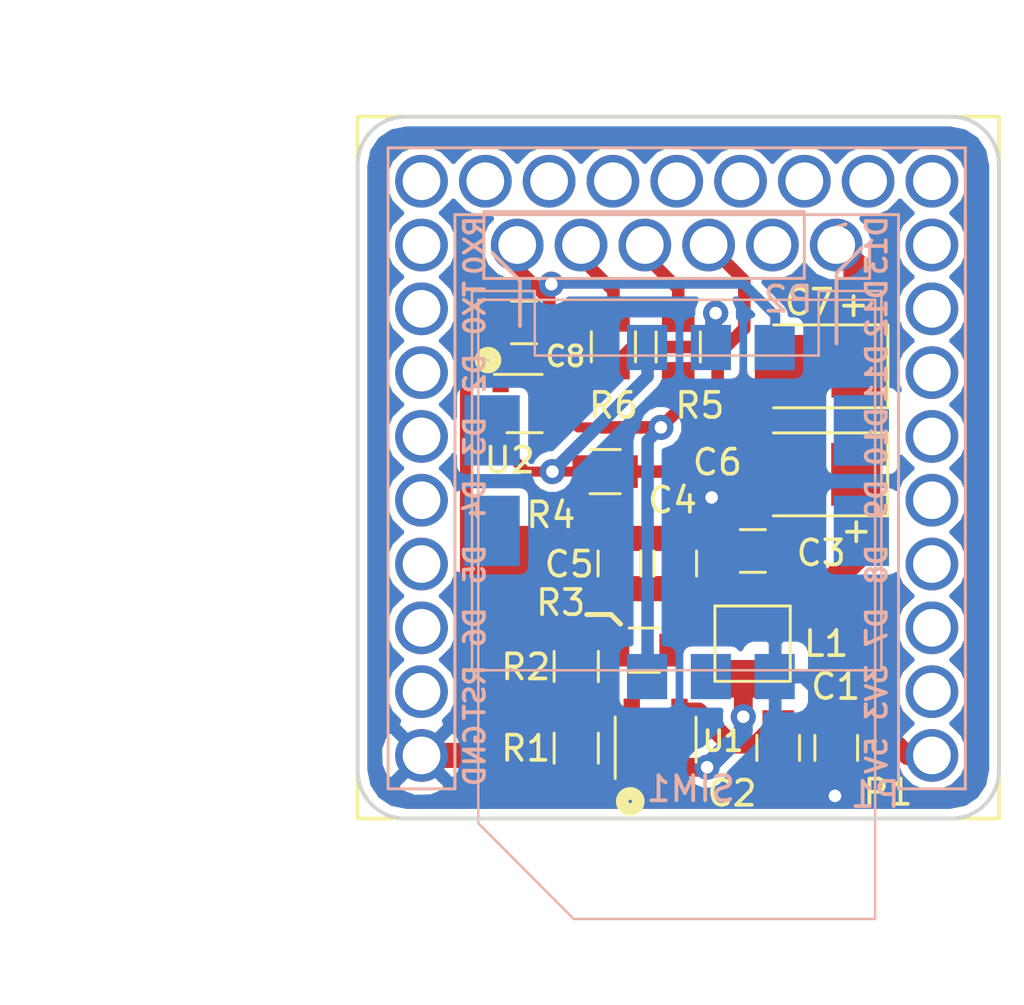
<source format=kicad_pcb>
(kicad_pcb (version 4) (host pcbnew 4.0.6)

  (general
    (links 39)
    (no_connects 0)
    (area 124.255401 58.089999 165.476 101.365001)
    (thickness 1.6)
    (drawings 29)
    (tracks 166)
    (zones 0)
    (modules 20)
    (nets 42)
  )

  (page A4)
  (title_block
    (title "Microduino SIM shield DE")
    (date "24 dicembre 2017")
    (rev 2.0)
  )

  (layers
    (0 F.Cu signal)
    (31 B.Cu signal)
    (32 B.Adhes user)
    (33 F.Adhes user)
    (34 B.Paste user)
    (35 F.Paste user)
    (36 B.SilkS user)
    (37 F.SilkS user)
    (38 B.Mask user)
    (39 F.Mask user)
    (44 Edge.Cuts user)
    (45 Margin user)
    (46 B.CrtYd user)
    (47 F.CrtYd user)
    (48 B.Fab user)
    (49 F.Fab user)
  )

  (setup
    (last_trace_width 0.5)
    (user_trace_width 0.4)
    (user_trace_width 0.5)
    (user_trace_width 0.75)
    (user_trace_width 1)
    (user_trace_width 1.5)
    (user_trace_width 2)
    (user_trace_width 2.5)
    (user_trace_width 3)
    (trace_clearance 0.2)
    (zone_clearance 0.308)
    (zone_45_only no)
    (trace_min 0.2)
    (segment_width 0.5)
    (edge_width 0.15)
    (via_size 0.6)
    (via_drill 0.4)
    (via_min_size 0.4)
    (via_min_drill 0.3)
    (user_via 1 0.5)
    (user_via 1.2 0.6)
    (uvia_size 0.3)
    (uvia_drill 0.1)
    (uvias_allowed no)
    (uvia_min_size 0.2)
    (uvia_min_drill 0.1)
    (pcb_text_width 0.3)
    (pcb_text_size 1.5 1.5)
    (mod_edge_width 0.15)
    (mod_text_size 1 1)
    (mod_text_width 0.15)
    (pad_size 2.1 2.1)
    (pad_drill 1.5)
    (pad_to_mask_clearance 0.2)
    (aux_axis_origin 0 0)
    (grid_origin 126.111 104.775)
    (visible_elements 7FFEFFFF)
    (pcbplotparams
      (layerselection 0x210fc_80000001)
      (usegerberextensions false)
      (excludeedgelayer true)
      (linewidth 0.100000)
      (plotframeref false)
      (viasonmask false)
      (mode 1)
      (useauxorigin false)
      (hpglpennumber 1)
      (hpglpenspeed 20)
      (hpglpendiameter 15)
      (hpglpenoverlay 2)
      (psnegative false)
      (psa4output false)
      (plotreference true)
      (plotvalue true)
      (plotinvisibletext false)
      (padsonsilk false)
      (subtractmaskfromsilk false)
      (outputformat 1)
      (mirror false)
      (drillshape 0)
      (scaleselection 1)
      (outputdirectory ""))
  )

  (net 0 "")
  (net 1 +5V)
  (net 2 +3V3)
  (net 3 /D7)
  (net 4 /D8)
  (net 5 /D9)
  (net 6 /D10)
  (net 7 /D11)
  (net 8 /D12)
  (net 9 /D13)
  (net 10 /D2)
  (net 11 /D3)
  (net 12 /A0)
  (net 13 /A1)
  (net 14 /A2)
  (net 15 /A3)
  (net 16 /SDA)
  (net 17 /SCL)
  (net 18 /A6)
  (net 19 /A7)
  (net 20 /D4)
  (net 21 /D5)
  (net 22 /D6)
  (net 23 /RESET)
  (net 24 GND)
  (net 25 /VBAT)
  (net 26 /SIM_CLK)
  (net 27 /SIM_DATA)
  (net 28 /SIM_RST)
  (net 29 /VSIM)
  (net 30 /D0)
  (net 31 /D1)
  (net 32 "Net-(P2-Pad3)")
  (net 33 "Net-(P2-Pad4)")
  (net 34 "Net-(P2-Pad5)")
  (net 35 "Net-(U2-Pad1)")
  (net 36 "Net-(SIM1-Pad5)")
  (net 37 /AREF)
  (net 38 "Net-(L1-Pad1)")
  (net 39 "Net-(P2-Pad2)")
  (net 40 "Net-(R1-Pad1)")
  (net 41 "Net-(R2-Pad1)")

  (net_class Default "Questo è il gruppo di collegamenti predefinito"
    (clearance 0.2)
    (trace_width 0.25)
    (via_dia 0.6)
    (via_drill 0.4)
    (uvia_dia 0.3)
    (uvia_drill 0.1)
    (add_net +3V3)
    (add_net +5V)
    (add_net /A0)
    (add_net /A1)
    (add_net /A2)
    (add_net /A3)
    (add_net /A6)
    (add_net /A7)
    (add_net /AREF)
    (add_net /D0)
    (add_net /D1)
    (add_net /D10)
    (add_net /D11)
    (add_net /D12)
    (add_net /D13)
    (add_net /D2)
    (add_net /D3)
    (add_net /D4)
    (add_net /D5)
    (add_net /D6)
    (add_net /D7)
    (add_net /D8)
    (add_net /D9)
    (add_net /RESET)
    (add_net /SCL)
    (add_net /SDA)
    (add_net /SIM_CLK)
    (add_net /SIM_DATA)
    (add_net /SIM_RST)
    (add_net /VBAT)
    (add_net /VSIM)
    (add_net GND)
    (add_net "Net-(L1-Pad1)")
    (add_net "Net-(P2-Pad2)")
    (add_net "Net-(P2-Pad3)")
    (add_net "Net-(P2-Pad4)")
    (add_net "Net-(P2-Pad5)")
    (add_net "Net-(R1-Pad1)")
    (add_net "Net-(R2-Pad1)")
    (add_net "Net-(SIM1-Pad5)")
    (add_net "Net-(U2-Pad1)")
  )

  (module Libreria_PCB_mia:mini_sim_card_holder (layer B.Cu) (tedit 597AE0DA) (tstamp 596DDA5C)
    (at 151.411 77.225 180)
    (tags SIM)
    (path /59693AB0)
    (attr smd)
    (fp_text reference SIM1 (at -0.56 -12.27 180) (layer B.SilkS)
      (effects (font (size 1 1) (thickness 0.15)) (justify mirror))
    )
    (fp_text value SIM-CARD (at 0.03 9.67 180) (layer B.Fab)
      (effects (font (size 1 1) (thickness 0.15)) (justify mirror))
    )
    (fp_line (start 4.1 -17.45) (end 7.9 -13.64) (layer B.SilkS) (width 0.1))
    (fp_line (start 7.9 -13.64) (end 7.9 7.2) (layer B.SilkS) (width 0.1))
    (fp_line (start -7.9 7.2) (end 7.9 7.2) (layer B.SilkS) (width 0.1))
    (fp_line (start -7.9 -17.45) (end 4.1 -17.45) (layer B.SilkS) (width 0.1))
    (fp_line (start -7.9 7.2) (end -7.9 -17.45) (layer B.SilkS) (width 0.1))
    (fp_line (start -5.65 6.36) (end -5.65 4.98) (layer B.SilkS) (width 0.1))
    (fp_line (start -5.66 4.98) (end 5.65 4.98) (layer B.SilkS) (width 0.1))
    (fp_line (start 5.65 4.98) (end 5.65 6.5) (layer B.SilkS) (width 0.1))
    (fp_line (start 8.15 7.55) (end 8.15 -7.55) (layer B.SilkS) (width 0.1))
    (fp_line (start 8.15 -7.55) (end -8.15 -7.55) (layer B.SilkS) (width 0.1))
    (fp_line (start -8.15 7.55) (end -8.15 -7.55) (layer B.SilkS) (width 0.1))
    (fp_line (start 8.15 7.55) (end 5.65 7.55) (layer B.SilkS) (width 0.1))
    (fp_line (start 5.65 7.55) (end 5.65 6.49) (layer B.SilkS) (width 0.1))
    (fp_line (start -8.15 7.55) (end -5.65 7.55) (layer B.SilkS) (width 0.1))
    (fp_line (start -5.65 7.55) (end -5.65 6.3) (layer B.SilkS) (width 0.1))
    (pad 1 smd rect (at -3.9 5.3 180) (size 1.6 1.8) (layers B.Cu B.Paste B.Mask)
      (net 29 /VSIM))
    (pad 2 smd rect (at -1.36 5.3 180) (size 1.6 1.8) (layers B.Cu B.Paste B.Mask)
      (net 28 /SIM_RST))
    (pad 3 smd rect (at 1.18 5.3 180) (size 1.6 1.8) (layers B.Cu B.Paste B.Mask)
      (net 26 /SIM_CLK))
    (pad 4 smd rect (at -3.9 -7.8 180) (size 1.6 1.8) (layers B.Cu B.Paste B.Mask)
      (net 24 GND))
    (pad 5 smd rect (at -1.36 -7.8 180) (size 1.6 1.8) (layers B.Cu B.Paste B.Mask)
      (net 36 "Net-(SIM1-Pad5)"))
    (pad 6 smd rect (at 1.18 -7.8 180) (size 1.6 1.8) (layers B.Cu B.Paste B.Mask)
      (net 27 /SIM_DATA))
    (pad "" smd rect (at -7.35 2 180) (size 2.2 2.8) (layers B.Cu B.Paste B.Mask))
    (pad "" smd rect (at -7.35 -2 180) (size 2.2 2.8) (layers B.Cu B.Paste B.Mask))
    (pad "" smd rect (at 7.35 -2 180) (size 2.2 2.8) (layers B.Cu B.Paste B.Mask))
    (pad "" smd rect (at 7.35 2 180) (size 2.2 2.8) (layers B.Cu B.Paste B.Mask))
  )

  (module Pin_Headers:Pin_Header_Straight_1x06_Pitch2.54mm (layer B.Cu) (tedit 596E4C43) (tstamp 59650DEE)
    (at 157.761 67.845 90)
    (descr "Through hole straight pin header, 1x06, 2.54mm pitch, single row")
    (tags "Through hole pin header THT 1x06 2.54mm single row")
    (path /59500203)
    (fp_text reference P2 (at -2.16 -1.91 180) (layer B.SilkS)
      (effects (font (size 1 1) (thickness 0.15)) (justify mirror))
    )
    (fp_text value CONN_01X06 (at 0 -15.03 90) (layer B.Fab)
      (effects (font (size 1 1) (thickness 0.15)) (justify mirror))
    )
    (fp_line (start -1.27 1.27) (end -1.27 -13.97) (layer B.Fab) (width 0.1))
    (fp_line (start -1.27 -13.97) (end 1.27 -13.97) (layer B.Fab) (width 0.1))
    (fp_line (start 1.27 -13.97) (end 1.27 1.27) (layer B.Fab) (width 0.1))
    (fp_line (start 1.27 1.27) (end -1.27 1.27) (layer B.Fab) (width 0.1))
    (fp_line (start -1.33 -1.27) (end -1.33 -14.03) (layer B.SilkS) (width 0.12))
    (fp_line (start -1.33 -14.03) (end 1.33 -14.03) (layer B.SilkS) (width 0.12))
    (fp_line (start 1.33 -14.03) (end 1.33 -1.27) (layer B.SilkS) (width 0.12))
    (fp_line (start 1.33 -1.27) (end -1.33 -1.27) (layer B.SilkS) (width 0.12))
    (fp_line (start -1.33 0) (end -1.33 1.33) (layer B.SilkS) (width 0.12))
    (fp_line (start -1.33 1.33) (end 0 1.33) (layer B.SilkS) (width 0.12))
    (fp_line (start -1.8 1.8) (end -1.8 -14.5) (layer B.CrtYd) (width 0.05))
    (fp_line (start -1.8 -14.5) (end 1.8 -14.5) (layer B.CrtYd) (width 0.05))
    (fp_line (start 1.8 -14.5) (end 1.8 1.8) (layer B.CrtYd) (width 0.05))
    (fp_line (start 1.8 1.8) (end -1.8 1.8) (layer B.CrtYd) (width 0.05))
    (fp_text user %R (at -2.17 -1.91 180) (layer B.Fab)
      (effects (font (size 1 1) (thickness 0.15)) (justify mirror))
    )
    (pad 1 thru_hole circle (at 0 0 90) (size 2.1 2.1) (drill 1.5) (layers *.Cu *.Mask)
      (net 25 /VBAT))
    (pad 2 thru_hole circle (at 0 -2.54 90) (size 2.1 2.1) (drill 1.5) (layers *.Cu *.Mask)
      (net 39 "Net-(P2-Pad2)"))
    (pad 3 thru_hole circle (at 0 -5.08 90) (size 2.1 2.1) (drill 1.5) (layers *.Cu *.Mask)
      (net 32 "Net-(P2-Pad3)"))
    (pad 4 thru_hole circle (at 0 -7.62 90) (size 2.1 2.1) (drill 1.5) (layers *.Cu *.Mask)
      (net 33 "Net-(P2-Pad4)"))
    (pad 5 thru_hole circle (at 0 -10.16 90) (size 2.1 2.1) (drill 1.5) (layers *.Cu *.Mask)
      (net 34 "Net-(P2-Pad5)"))
    (pad 6 thru_hole circle (at 0 -12.7 90) (size 2.1 2.1) (drill 1.5) (layers *.Cu *.Mask)
      (net 29 /VSIM))
  )

  (module TO_SOT_Packages_SMD:SOT-363_SC-70-6 (layer F.Cu) (tedit 5A26CDC4) (tstamp 597AE306)
    (at 145.351 74.155)
    (descr "SOT-363, SC-70-6")
    (tags "SOT-363 SC-70-6")
    (path /596937F2)
    (attr smd)
    (fp_text reference U2 (at -0.59 2.26) (layer F.SilkS)
      (effects (font (size 1 1) (thickness 0.15)))
    )
    (fp_text value ESDA6V1-5W6 (at 0 2 180) (layer F.Fab)
      (effects (font (size 1 1) (thickness 0.15)))
    )
    (fp_text user %R (at 0 0 90) (layer F.Fab)
      (effects (font (size 0.5 0.5) (thickness 0.075)))
    )
    (fp_line (start 0.7 -1.16) (end -1.2 -1.16) (layer F.SilkS) (width 0.12))
    (fp_line (start -0.7 1.16) (end 0.7 1.16) (layer F.SilkS) (width 0.12))
    (fp_line (start 1.6 1.4) (end 1.6 -1.4) (layer F.CrtYd) (width 0.05))
    (fp_line (start -1.6 -1.4) (end -1.6 1.4) (layer F.CrtYd) (width 0.05))
    (fp_line (start -1.6 -1.4) (end 1.6 -1.4) (layer F.CrtYd) (width 0.05))
    (fp_line (start 0.675 -1.1) (end -0.175 -1.1) (layer F.Fab) (width 0.1))
    (fp_line (start -0.675 -0.6) (end -0.675 1.1) (layer F.Fab) (width 0.1))
    (fp_line (start -1.6 1.4) (end 1.6 1.4) (layer F.CrtYd) (width 0.05))
    (fp_line (start 0.675 -1.1) (end 0.675 1.1) (layer F.Fab) (width 0.1))
    (fp_line (start 0.675 1.1) (end -0.675 1.1) (layer F.Fab) (width 0.1))
    (fp_line (start -0.175 -1.1) (end -0.675 -0.6) (layer F.Fab) (width 0.1))
    (pad 1 smd rect (at -0.95 -0.65) (size 0.65 0.4) (layers F.Cu F.Paste F.Mask)
      (net 35 "Net-(U2-Pad1)"))
    (pad 3 smd rect (at -0.95 0.65) (size 0.65 0.4) (layers F.Cu F.Paste F.Mask)
      (net 26 /SIM_CLK))
    (pad 5 smd rect (at 0.95 0) (size 0.65 0.4) (layers F.Cu F.Paste F.Mask)
      (net 28 /SIM_RST))
    (pad 2 smd rect (at -0.95 0) (size 0.65 0.4) (layers F.Cu F.Paste F.Mask)
      (net 24 GND))
    (pad 4 smd rect (at 0.95 0.65) (size 0.65 0.4) (layers F.Cu F.Paste F.Mask)
      (net 27 /SIM_DATA))
    (pad 6 smd rect (at 0.95 -0.65) (size 0.65 0.4) (layers F.Cu F.Paste F.Mask)
      (net 29 /VSIM))
    (model ${KISYS3DMOD}/TO_SOT_Packages_SMD.3dshapes/SOT-363_SC-70-6.wrl
      (at (xyz 0 0 0))
      (scale (xyz 1 1 1))
      (rotate (xyz 0 0 0))
    )
  )

  (module Libreria_PCB_mia:Upin_27 (layer B.Cu) (tedit 5CACA6DD) (tstamp 597E398C)
    (at 161.571 88.165 180)
    (descr "Through hole straight socket strip, 1x09, 2.54mm pitch, single row")
    (tags "Through hole socket strip THT 1x09 2.54mm single row")
    (path /58E8C7EF)
    (fp_text reference P1 (at 2.26 -1.56 180) (layer B.SilkS)
      (effects (font (size 1 1) (thickness 0.15)) (justify mirror))
    )
    (fp_text value CONN_1x27 (at -2.83 10.17 450) (layer B.Fab)
      (effects (font (size 1 1) (thickness 0.15)) (justify mirror))
    )
    (fp_text user P1 (at 1.75 -1.47 180) (layer F.SilkS)
      (effects (font (size 1 1) (thickness 0.15)))
    )
    (fp_line (start 16.4 18.9) (end 17.5 20) (layer B.SilkS) (width 0.15))
    (fp_line (start 16.4 18.9) (end 16.4 17.1) (layer B.SilkS) (width 0.15))
    (fp_line (start 2.8 20.2) (end 3.8 19.2) (layer B.SilkS) (width 0.15))
    (fp_line (start 3.8 19.2) (end 3.8 16.4) (layer B.SilkS) (width 0.15))
    (fp_text user GND (at 18.2 0 450) (layer B.SilkS)
      (effects (font (size 0.8 0.8) (thickness 0.15)) (justify mirror))
    )
    (fp_text user RST (at 18.2 2.5 450) (layer B.SilkS)
      (effects (font (size 0.8 0.8) (thickness 0.15)) (justify mirror))
    )
    (fp_text user D6 (at 18.2 5.1 450) (layer B.SilkS)
      (effects (font (size 0.8 0.8) (thickness 0.15)) (justify mirror))
    )
    (fp_text user D5 (at 18.2 7.6 450) (layer B.SilkS)
      (effects (font (size 0.8 0.8) (thickness 0.15)) (justify mirror))
    )
    (fp_text user D4 (at 18.2 10.2 450) (layer B.SilkS)
      (effects (font (size 0.8 0.8) (thickness 0.15)) (justify mirror))
    )
    (fp_text user D3 (at 18.2 12.7 450) (layer B.SilkS)
      (effects (font (size 0.8 0.8) (thickness 0.15)) (justify mirror))
    )
    (fp_text user D2 (at 18.2 15.2 450) (layer B.SilkS)
      (effects (font (size 0.8 0.8) (thickness 0.15)) (justify mirror))
    )
    (fp_text user TX0 (at 18.2 17.8 450) (layer B.SilkS)
      (effects (font (size 0.8 0.8) (thickness 0.15)) (justify mirror))
    )
    (fp_text user RX0 (at 18.2 20.3 450) (layer B.SilkS)
      (effects (font (size 0.8 0.8) (thickness 0.15)) (justify mirror))
    )
    (fp_text user A0 (at 3.8 20.5 450) (layer B.SilkS)
      (effects (font (size 0.8 0.8) (thickness 0.15)) (justify mirror))
    )
    (fp_text user D13 (at 2.2 20.3 450) (layer B.SilkS)
      (effects (font (size 0.8 0.8) (thickness 0.15)) (justify mirror))
    )
    (fp_text user D12 (at 2.2 17.8 450) (layer B.SilkS)
      (effects (font (size 0.8 0.8) (thickness 0.15)) (justify mirror))
    )
    (fp_text user D11 (at 2.2 15.2 450) (layer B.SilkS)
      (effects (font (size 0.8 0.8) (thickness 0.15)) (justify mirror))
    )
    (fp_text user D10 (at 2.2 12.7 450) (layer B.SilkS)
      (effects (font (size 0.8 0.8) (thickness 0.15)) (justify mirror))
    )
    (fp_text user D9 (at 2.2 10.2 450) (layer B.SilkS)
      (effects (font (size 0.8 0.8) (thickness 0.15)) (justify mirror))
    )
    (fp_text user D8 (at 2.2 7.6 450) (layer B.SilkS)
      (effects (font (size 0.8 0.8) (thickness 0.15)) (justify mirror))
    )
    (fp_text user D7 (at 2.2 5.1 450) (layer B.SilkS)
      (effects (font (size 0.8 0.8) (thickness 0.15)) (justify mirror))
    )
    (fp_text user 3V3 (at 2.2 2.5 450) (layer B.SilkS)
      (effects (font (size 0.8 0.8) (thickness 0.15)) (justify mirror))
    )
    (fp_text user 5V (at 2.2 0 450) (layer B.SilkS)
      (effects (font (size 0.8 0.8) (thickness 0.15)) (justify mirror))
    )
    (fp_line (start 1.8 -1.78) (end 1.8 21.05) (layer B.CrtYd) (width 0.12))
    (fp_line (start 18.52 21.05) (end 1.8 21.05) (layer B.CrtYd) (width 0.12))
    (fp_line (start -1.27 24.13) (end -1.27 -1.27) (layer B.Fab) (width 0.12))
    (fp_line (start 1.27 -1.27) (end 1.27 21.59) (layer B.Fab) (width 0.12))
    (fp_line (start 1.27 21.59) (end 19.05 21.59) (layer B.Fab) (width 0.12))
    (fp_line (start 19.05 21.59) (end 19.05 -1.27) (layer B.Fab) (width 0.12))
    (fp_line (start 19.05 -1.27) (end 21.59 -1.27) (layer B.Fab) (width 0.12))
    (fp_line (start 21.59 -1.27) (end 21.59 24.13) (layer B.Fab) (width 0.12))
    (fp_line (start 21.59 24.13) (end -1.27 24.13) (layer B.Fab) (width 0.12))
    (fp_line (start 21.65 -1.33) (end 21.65 24.19) (layer B.SilkS) (width 0.12))
    (fp_line (start 21.65 24.19) (end -1.33 24.19) (layer B.SilkS) (width 0.12))
    (fp_line (start -1.33 -1.33) (end -1.33 24.19) (layer B.SilkS) (width 0.12))
    (fp_line (start 1.33 -1.33) (end 1.33 21.53) (layer B.SilkS) (width 0.12))
    (fp_line (start 1.33 21.53) (end 18.99 21.53) (layer B.SilkS) (width 0.12))
    (fp_line (start 18.99 -1.33) (end 18.99 21.53) (layer B.SilkS) (width 0.12))
    (fp_line (start 18.99 -1.33) (end 18.99 5.48) (layer B.SilkS) (width 0.12))
    (fp_line (start -1.8 24.67) (end 22.12 24.67) (layer B.CrtYd) (width 0.12))
    (fp_line (start -1.8 -1.78) (end -1.8 24.67) (layer B.CrtYd) (width 0.12))
    (fp_line (start 22.12 -1.78) (end 22.12 24.67) (layer B.CrtYd) (width 0.12))
    (fp_line (start 18.52 21.05) (end 18.52 -1.8) (layer B.CrtYd) (width 0.12))
    (fp_line (start 18.52 -1.8) (end 22.12 -1.8) (layer B.CrtYd) (width 0.12))
    (fp_line (start -1.27 -1.27) (end 1.27 -1.27) (layer B.Fab) (width 0.12))
    (fp_line (start -1.33 -1.33) (end 1.33 -1.33) (layer B.SilkS) (width 0.12))
    (fp_line (start 21.65 -1.33) (end 18.99 -1.33) (layer B.SilkS) (width 0.12))
    (fp_line (start -1.33 20.32) (end -1.33 21.65) (layer B.SilkS) (width 0.12))
    (fp_line (start -1.8 -1.78) (end 1.8 -1.78) (layer B.CrtYd) (width 0.12))
    (fp_text user %R (at 0 -2.54 180) (layer B.Fab)
      (effects (font (size 1 1) (thickness 0.15)) (justify mirror))
    )
    (pad 9 thru_hole circle (at 0 20.32 180) (size 2.1 2.1) (drill 1.5) (layers *.Cu *.Mask)
      (net 9 /D13))
    (pad 8 thru_hole circle (at 0 17.78 180) (size 2.1 2.1) (drill 1.5) (layers *.Cu *.Mask)
      (net 8 /D12))
    (pad 7 thru_hole circle (at 0 15.24 180) (size 2.1 2.1) (drill 1.5) (layers *.Cu *.Mask)
      (net 7 /D11))
    (pad 6 thru_hole circle (at 0 12.7 180) (size 2.1 2.1) (drill 1.5) (layers *.Cu *.Mask)
      (net 6 /D10))
    (pad 5 thru_hole circle (at 0 10.16 180) (size 2.1 2.1) (drill 1.5) (layers *.Cu *.Mask)
      (net 5 /D9))
    (pad 4 thru_hole circle (at 0 7.62 180) (size 2.1 2.1) (drill 1.5) (layers *.Cu *.Mask)
      (net 4 /D8))
    (pad 3 thru_hole circle (at 0 5.08 180) (size 2.1 2.1) (drill 1.5) (layers *.Cu *.Mask)
      (net 3 /D7))
    (pad 2 thru_hole circle (at 0 2.54 180) (size 2.1 2.1) (drill 1.5) (layers *.Cu *.Mask)
      (net 2 +3V3))
    (pad 1 thru_hole circle (at 0 0 180) (size 2.1 2.1) (drill 1.5) (layers *.Cu *.Mask)
      (net 1 +5V))
    (pad 10 thru_hole circle (at 0 22.86 180) (size 2.1 2.1) (drill 1.5) (layers *.Cu *.Mask)
      (net 37 /AREF))
    (pad 11 thru_hole circle (at 2.54 22.86 180) (size 2.1 2.1) (drill 1.5) (layers *.Cu *.Mask)
      (net 12 /A0))
    (pad 12 thru_hole circle (at 5.08 22.86 180) (size 2.1 2.1) (drill 1.5) (layers *.Cu *.Mask)
      (net 13 /A1))
    (pad 13 thru_hole circle (at 7.62 22.86 180) (size 2.1 2.1) (drill 1.5) (layers *.Cu *.Mask)
      (net 14 /A2))
    (pad 14 thru_hole circle (at 10.16 22.86 180) (size 2.1 2.1) (drill 1.5) (layers *.Cu *.Mask)
      (net 15 /A3))
    (pad 15 thru_hole circle (at 12.7 22.86 180) (size 2.1 2.1) (drill 1.5) (layers *.Cu *.Mask)
      (net 16 /SDA))
    (pad 16 thru_hole circle (at 15.24 22.86 180) (size 2.1 2.1) (drill 1.5) (layers *.Cu *.Mask)
      (net 17 /SCL))
    (pad 17 thru_hole circle (at 17.78 22.86 180) (size 2.1 2.1) (drill 1.5) (layers *.Cu *.Mask)
      (net 18 /A6))
    (pad 18 thru_hole circle (at 20.32 22.86 180) (size 2.1 2.1) (drill 1.5) (layers *.Cu *.Mask)
      (net 19 /A7))
    (pad 19 thru_hole circle (at 20.32 20.32 180) (size 2.1 2.1) (drill 1.5) (layers *.Cu *.Mask)
      (net 30 /D0))
    (pad 20 thru_hole circle (at 20.32 17.78 180) (size 2.1 2.1) (drill 1.5) (layers *.Cu *.Mask)
      (net 31 /D1))
    (pad 21 thru_hole circle (at 20.32 15.24 180) (size 2.1 2.1) (drill 1.5) (layers *.Cu *.Mask)
      (net 10 /D2))
    (pad 22 thru_hole circle (at 20.32 12.7 180) (size 2.1 2.1) (drill 1.5) (layers *.Cu *.Mask)
      (net 11 /D3))
    (pad 23 thru_hole circle (at 20.32 10.16 180) (size 2.1 2.1) (drill 1.5) (layers *.Cu *.Mask)
      (net 20 /D4))
    (pad 24 thru_hole circle (at 20.32 7.62 180) (size 2.1 2.1) (drill 1.5) (layers *.Cu *.Mask)
      (net 21 /D5))
    (pad 25 thru_hole circle (at 20.32 5.08 180) (size 2.1 2.1) (drill 1.5) (layers *.Cu *.Mask)
      (net 22 /D6))
    (pad 26 thru_hole circle (at 20.32 2.54 180) (size 2.1 2.1) (drill 1.5) (layers *.Cu *.Mask)
      (net 23 /RESET))
    (pad 27 thru_hole circle (at 20.32 0 180) (size 2.1 2.1) (drill 1.5) (layers *.Cu *.Mask)
      (net 24 GND))
  )

  (module Resistors_SMD:R_0805 (layer F.Cu) (tedit 5A26CE6B) (tstamp 599085B3)
    (at 147.411 84.625 270)
    (descr "Resistor SMD 0805, reflow soldering, Vishay (see dcrcw.pdf)")
    (tags "resistor 0805")
    (path /5A25B1F9)
    (attr smd)
    (fp_text reference R2 (at 0.02 2.01 360) (layer F.SilkS)
      (effects (font (size 1 1) (thickness 0.15)))
    )
    (fp_text value 10k (at 0 1.75 270) (layer F.Fab)
      (effects (font (size 1 1) (thickness 0.15)))
    )
    (fp_text user %R (at 0 0 270) (layer F.Fab)
      (effects (font (size 0.5 0.5) (thickness 0.075)))
    )
    (fp_line (start -1 0.62) (end -1 -0.62) (layer F.Fab) (width 0.1))
    (fp_line (start 1 0.62) (end -1 0.62) (layer F.Fab) (width 0.1))
    (fp_line (start 1 -0.62) (end 1 0.62) (layer F.Fab) (width 0.1))
    (fp_line (start -1 -0.62) (end 1 -0.62) (layer F.Fab) (width 0.1))
    (fp_line (start 0.6 0.88) (end -0.6 0.88) (layer F.SilkS) (width 0.12))
    (fp_line (start -0.6 -0.88) (end 0.6 -0.88) (layer F.SilkS) (width 0.12))
    (fp_line (start -1.55 -0.9) (end 1.55 -0.9) (layer F.CrtYd) (width 0.05))
    (fp_line (start -1.55 -0.9) (end -1.55 0.9) (layer F.CrtYd) (width 0.05))
    (fp_line (start 1.55 0.9) (end 1.55 -0.9) (layer F.CrtYd) (width 0.05))
    (fp_line (start 1.55 0.9) (end -1.55 0.9) (layer F.CrtYd) (width 0.05))
    (pad 1 smd rect (at -0.95 0 270) (size 0.7 1.3) (layers F.Cu F.Paste F.Mask)
      (net 41 "Net-(R2-Pad1)"))
    (pad 2 smd rect (at 0.95 0 270) (size 0.7 1.3) (layers F.Cu F.Paste F.Mask)
      (net 40 "Net-(R1-Pad1)"))
    (model ${KISYS3DMOD}/Resistors_SMD.3dshapes/R_0805.wrl
      (at (xyz 0 0 0))
      (scale (xyz 1 1 1))
      (rotate (xyz 0 0 0))
    )
  )

  (module Resistors_SMD:R_0805 (layer F.Cu) (tedit 5A26CE5E) (tstamp 599085B8)
    (at 147.411 87.875 270)
    (descr "Resistor SMD 0805, reflow soldering, Vishay (see dcrcw.pdf)")
    (tags "resistor 0805")
    (path /5968E044)
    (attr smd)
    (fp_text reference R1 (at 0.01 2.01 360) (layer F.SilkS)
      (effects (font (size 1 1) (thickness 0.15)))
    )
    (fp_text value 100k (at 0 1.75 270) (layer F.Fab)
      (effects (font (size 1 1) (thickness 0.15)))
    )
    (fp_text user %R (at 0 0 270) (layer F.Fab)
      (effects (font (size 0.5 0.5) (thickness 0.075)))
    )
    (fp_line (start -1 0.62) (end -1 -0.62) (layer F.Fab) (width 0.1))
    (fp_line (start 1 0.62) (end -1 0.62) (layer F.Fab) (width 0.1))
    (fp_line (start 1 -0.62) (end 1 0.62) (layer F.Fab) (width 0.1))
    (fp_line (start -1 -0.62) (end 1 -0.62) (layer F.Fab) (width 0.1))
    (fp_line (start 0.6 0.88) (end -0.6 0.88) (layer F.SilkS) (width 0.12))
    (fp_line (start -0.6 -0.88) (end 0.6 -0.88) (layer F.SilkS) (width 0.12))
    (fp_line (start -1.55 -0.9) (end 1.55 -0.9) (layer F.CrtYd) (width 0.05))
    (fp_line (start -1.55 -0.9) (end -1.55 0.9) (layer F.CrtYd) (width 0.05))
    (fp_line (start 1.55 0.9) (end 1.55 -0.9) (layer F.CrtYd) (width 0.05))
    (fp_line (start 1.55 0.9) (end -1.55 0.9) (layer F.CrtYd) (width 0.05))
    (pad 1 smd rect (at -0.95 0 270) (size 0.7 1.3) (layers F.Cu F.Paste F.Mask)
      (net 40 "Net-(R1-Pad1)"))
    (pad 2 smd rect (at 0.95 0 270) (size 0.7 1.3) (layers F.Cu F.Paste F.Mask)
      (net 24 GND))
    (model ${KISYS3DMOD}/Resistors_SMD.3dshapes/R_0805.wrl
      (at (xyz 0 0 0))
      (scale (xyz 1 1 1))
      (rotate (xyz 0 0 0))
    )
  )

  (module Resistors_SMD:R_0805 (layer F.Cu) (tedit 5A26CDF3) (tstamp 599085BD)
    (at 148.561 76.865)
    (descr "Resistor SMD 0805, reflow soldering, Vishay (see dcrcw.pdf)")
    (tags "resistor 0805")
    (path /5968EC42)
    (attr smd)
    (fp_text reference R4 (at -2.16 1.73) (layer F.SilkS)
      (effects (font (size 1 1) (thickness 0.15)))
    )
    (fp_text value 56 (at 0 1.75) (layer F.Fab)
      (effects (font (size 1 1) (thickness 0.15)))
    )
    (fp_text user %R (at 0 0) (layer F.Fab)
      (effects (font (size 0.5 0.5) (thickness 0.075)))
    )
    (fp_line (start -1 0.62) (end -1 -0.62) (layer F.Fab) (width 0.1))
    (fp_line (start 1 0.62) (end -1 0.62) (layer F.Fab) (width 0.1))
    (fp_line (start 1 -0.62) (end 1 0.62) (layer F.Fab) (width 0.1))
    (fp_line (start -1 -0.62) (end 1 -0.62) (layer F.Fab) (width 0.1))
    (fp_line (start 0.6 0.88) (end -0.6 0.88) (layer F.SilkS) (width 0.12))
    (fp_line (start -0.6 -0.88) (end 0.6 -0.88) (layer F.SilkS) (width 0.12))
    (fp_line (start -1.55 -0.9) (end 1.55 -0.9) (layer F.CrtYd) (width 0.05))
    (fp_line (start -1.55 -0.9) (end -1.55 0.9) (layer F.CrtYd) (width 0.05))
    (fp_line (start 1.55 0.9) (end 1.55 -0.9) (layer F.CrtYd) (width 0.05))
    (fp_line (start 1.55 0.9) (end -1.55 0.9) (layer F.CrtYd) (width 0.05))
    (pad 1 smd rect (at -0.95 0) (size 0.7 1.3) (layers F.Cu F.Paste F.Mask)
      (net 26 /SIM_CLK))
    (pad 2 smd rect (at 0.95 0) (size 0.7 1.3) (layers F.Cu F.Paste F.Mask)
      (net 32 "Net-(P2-Pad3)"))
    (model ${KISYS3DMOD}/Resistors_SMD.3dshapes/R_0805.wrl
      (at (xyz 0 0 0))
      (scale (xyz 1 1 1))
      (rotate (xyz 0 0 0))
    )
  )

  (module Resistors_SMD:R_0805 (layer F.Cu) (tedit 5A26CD7E) (tstamp 599085C2)
    (at 151.471 71.905 90)
    (descr "Resistor SMD 0805, reflow soldering, Vishay (see dcrcw.pdf)")
    (tags "resistor 0805")
    (path /5968ECA3)
    (attr smd)
    (fp_text reference R5 (at -2.33 0.86 180) (layer F.SilkS)
      (effects (font (size 1 1) (thickness 0.15)))
    )
    (fp_text value 56 (at 0 1.75 90) (layer F.Fab)
      (effects (font (size 1 1) (thickness 0.15)))
    )
    (fp_text user %R (at 0 0 90) (layer F.Fab)
      (effects (font (size 0.5 0.5) (thickness 0.075)))
    )
    (fp_line (start -1 0.62) (end -1 -0.62) (layer F.Fab) (width 0.1))
    (fp_line (start 1 0.62) (end -1 0.62) (layer F.Fab) (width 0.1))
    (fp_line (start 1 -0.62) (end 1 0.62) (layer F.Fab) (width 0.1))
    (fp_line (start -1 -0.62) (end 1 -0.62) (layer F.Fab) (width 0.1))
    (fp_line (start 0.6 0.88) (end -0.6 0.88) (layer F.SilkS) (width 0.12))
    (fp_line (start -0.6 -0.88) (end 0.6 -0.88) (layer F.SilkS) (width 0.12))
    (fp_line (start -1.55 -0.9) (end 1.55 -0.9) (layer F.CrtYd) (width 0.05))
    (fp_line (start -1.55 -0.9) (end -1.55 0.9) (layer F.CrtYd) (width 0.05))
    (fp_line (start 1.55 0.9) (end 1.55 -0.9) (layer F.CrtYd) (width 0.05))
    (fp_line (start 1.55 0.9) (end -1.55 0.9) (layer F.CrtYd) (width 0.05))
    (pad 1 smd rect (at -0.95 0 90) (size 0.7 1.3) (layers F.Cu F.Paste F.Mask)
      (net 27 /SIM_DATA))
    (pad 2 smd rect (at 0.95 0 90) (size 0.7 1.3) (layers F.Cu F.Paste F.Mask)
      (net 33 "Net-(P2-Pad4)"))
    (model ${KISYS3DMOD}/Resistors_SMD.3dshapes/R_0805.wrl
      (at (xyz 0 0 0))
      (scale (xyz 1 1 1))
      (rotate (xyz 0 0 0))
    )
  )

  (module Resistors_SMD:R_0805 (layer F.Cu) (tedit 5A25A37F) (tstamp 599085C7)
    (at 148.891 71.895 90)
    (descr "Resistor SMD 0805, reflow soldering, Vishay (see dcrcw.pdf)")
    (tags "resistor 0805")
    (path /5968ECD2)
    (attr smd)
    (fp_text reference R6 (at -2.34 0 180) (layer F.SilkS)
      (effects (font (size 1 1) (thickness 0.15)))
    )
    (fp_text value 56 (at 0 1.75 90) (layer F.Fab)
      (effects (font (size 1 1) (thickness 0.15)))
    )
    (fp_text user %R (at 0 0 90) (layer F.Fab)
      (effects (font (size 0.5 0.5) (thickness 0.075)))
    )
    (fp_line (start -1 0.62) (end -1 -0.62) (layer F.Fab) (width 0.1))
    (fp_line (start 1 0.62) (end -1 0.62) (layer F.Fab) (width 0.1))
    (fp_line (start 1 -0.62) (end 1 0.62) (layer F.Fab) (width 0.1))
    (fp_line (start -1 -0.62) (end 1 -0.62) (layer F.Fab) (width 0.1))
    (fp_line (start 0.6 0.88) (end -0.6 0.88) (layer F.SilkS) (width 0.12))
    (fp_line (start -0.6 -0.88) (end 0.6 -0.88) (layer F.SilkS) (width 0.12))
    (fp_line (start -1.55 -0.9) (end 1.55 -0.9) (layer F.CrtYd) (width 0.05))
    (fp_line (start -1.55 -0.9) (end -1.55 0.9) (layer F.CrtYd) (width 0.05))
    (fp_line (start 1.55 0.9) (end 1.55 -0.9) (layer F.CrtYd) (width 0.05))
    (fp_line (start 1.55 0.9) (end -1.55 0.9) (layer F.CrtYd) (width 0.05))
    (pad 1 smd rect (at -0.95 0 90) (size 0.7 1.3) (layers F.Cu F.Paste F.Mask)
      (net 28 /SIM_RST))
    (pad 2 smd rect (at 0.95 0 90) (size 0.7 1.3) (layers F.Cu F.Paste F.Mask)
      (net 34 "Net-(P2-Pad5)"))
    (model ${KISYS3DMOD}/Resistors_SMD.3dshapes/R_0805.wrl
      (at (xyz 0 0 0))
      (scale (xyz 1 1 1))
      (rotate (xyz 0 0 0))
    )
  )

  (module TO_SOT_Packages_SMD:SOT-23-5 (layer F.Cu) (tedit 5A26CEC8) (tstamp 59ADAB4F)
    (at 150.571 87.535 90)
    (descr "5-pin SOT23 package")
    (tags SOT-23-5)
    (path /59ACD115)
    (attr smd)
    (fp_text reference U1 (at -0.06 2.68 180) (layer F.SilkS)
      (effects (font (size 0.8 0.8) (thickness 0.15)))
    )
    (fp_text value TLV62569 (at 0 2.9 90) (layer F.Fab)
      (effects (font (size 1 1) (thickness 0.15)))
    )
    (fp_text user %R (at 0 0 180) (layer F.Fab)
      (effects (font (size 0.5 0.5) (thickness 0.075)))
    )
    (fp_line (start -0.9 1.61) (end 0.9 1.61) (layer F.SilkS) (width 0.12))
    (fp_line (start 0.9 -1.61) (end -1.55 -1.61) (layer F.SilkS) (width 0.12))
    (fp_line (start -1.9 -1.8) (end 1.9 -1.8) (layer F.CrtYd) (width 0.05))
    (fp_line (start 1.9 -1.8) (end 1.9 1.8) (layer F.CrtYd) (width 0.05))
    (fp_line (start 1.9 1.8) (end -1.9 1.8) (layer F.CrtYd) (width 0.05))
    (fp_line (start -1.9 1.8) (end -1.9 -1.8) (layer F.CrtYd) (width 0.05))
    (fp_line (start -0.9 -0.9) (end -0.25 -1.55) (layer F.Fab) (width 0.1))
    (fp_line (start 0.9 -1.55) (end -0.25 -1.55) (layer F.Fab) (width 0.1))
    (fp_line (start -0.9 -0.9) (end -0.9 1.55) (layer F.Fab) (width 0.1))
    (fp_line (start 0.9 1.55) (end -0.9 1.55) (layer F.Fab) (width 0.1))
    (fp_line (start 0.9 -1.55) (end 0.9 1.55) (layer F.Fab) (width 0.1))
    (pad 1 smd rect (at -1.1 -0.95 90) (size 1.06 0.65) (layers F.Cu F.Paste F.Mask)
      (net 1 +5V))
    (pad 2 smd rect (at -1.1 0 90) (size 1.06 0.65) (layers F.Cu F.Paste F.Mask)
      (net 24 GND))
    (pad 3 smd rect (at -1.1 0.95 90) (size 1.06 0.65) (layers F.Cu F.Paste F.Mask)
      (net 38 "Net-(L1-Pad1)"))
    (pad 4 smd rect (at 1.1 0.95 90) (size 1.06 0.65) (layers F.Cu F.Paste F.Mask)
      (net 1 +5V))
    (pad 5 smd rect (at 1.1 -0.95 90) (size 1.06 0.65) (layers F.Cu F.Paste F.Mask)
      (net 40 "Net-(R1-Pad1)"))
    (model ${KISYS3DMOD}/TO_SOT_Packages_SMD.3dshapes/SOT-23-5.wrl
      (at (xyz 0 0 0))
      (scale (xyz 1 1 1))
      (rotate (xyz 0 0 0))
    )
  )

  (module Capacitors_SMD:C_0805 (layer F.Cu) (tedit 5A26CE8E) (tstamp 5A25A467)
    (at 157.761 87.865 270)
    (descr "Capacitor SMD 0805, reflow soldering, AVX (see smccp.pdf)")
    (tags "capacitor 0805")
    (path /5A259459)
    (attr smd)
    (fp_text reference C1 (at -2.44 0.02 360) (layer F.SilkS)
      (effects (font (size 1 1) (thickness 0.15)))
    )
    (fp_text value 4,7uF (at 0 1.75 270) (layer F.Fab)
      (effects (font (size 1 1) (thickness 0.15)))
    )
    (fp_text user %R (at -2.44 0.02 360) (layer F.Fab)
      (effects (font (size 1 1) (thickness 0.15)))
    )
    (fp_line (start -1 0.62) (end -1 -0.62) (layer F.Fab) (width 0.1))
    (fp_line (start 1 0.62) (end -1 0.62) (layer F.Fab) (width 0.1))
    (fp_line (start 1 -0.62) (end 1 0.62) (layer F.Fab) (width 0.1))
    (fp_line (start -1 -0.62) (end 1 -0.62) (layer F.Fab) (width 0.1))
    (fp_line (start 0.5 -0.85) (end -0.5 -0.85) (layer F.SilkS) (width 0.12))
    (fp_line (start -0.5 0.85) (end 0.5 0.85) (layer F.SilkS) (width 0.12))
    (fp_line (start -1.75 -0.88) (end 1.75 -0.88) (layer F.CrtYd) (width 0.05))
    (fp_line (start -1.75 -0.88) (end -1.75 0.87) (layer F.CrtYd) (width 0.05))
    (fp_line (start 1.75 0.87) (end 1.75 -0.88) (layer F.CrtYd) (width 0.05))
    (fp_line (start 1.75 0.87) (end -1.75 0.87) (layer F.CrtYd) (width 0.05))
    (pad 1 smd rect (at -1 0 270) (size 1 1.25) (layers F.Cu F.Paste F.Mask)
      (net 1 +5V))
    (pad 2 smd rect (at 1 0 270) (size 1 1.25) (layers F.Cu F.Paste F.Mask)
      (net 24 GND))
    (model Capacitors_SMD.3dshapes/C_0805.wrl
      (at (xyz 0 0 0))
      (scale (xyz 1 1 1))
      (rotate (xyz 0 0 0))
    )
  )

  (module Capacitors_SMD:C_0805 (layer F.Cu) (tedit 5CACA6FB) (tstamp 5A25A471)
    (at 155.451 87.865 270)
    (descr "Capacitor SMD 0805, reflow soldering, AVX (see smccp.pdf)")
    (tags "capacitor 0805")
    (path /5A26B13D)
    (attr smd)
    (fp_text reference C2 (at 1.81 1.84 360) (layer F.SilkS)
      (effects (font (size 1 1) (thickness 0.15)))
    )
    (fp_text value 100nF (at 0 1.75 270) (layer F.Fab)
      (effects (font (size 1 1) (thickness 0.15)))
    )
    (fp_text user %R (at 1.81 1.84 360) (layer F.Fab)
      (effects (font (size 1 1) (thickness 0.15)))
    )
    (fp_line (start -1 0.62) (end -1 -0.62) (layer F.Fab) (width 0.1))
    (fp_line (start 1 0.62) (end -1 0.62) (layer F.Fab) (width 0.1))
    (fp_line (start 1 -0.62) (end 1 0.62) (layer F.Fab) (width 0.1))
    (fp_line (start -1 -0.62) (end 1 -0.62) (layer F.Fab) (width 0.1))
    (fp_line (start 0.5 -0.85) (end -0.5 -0.85) (layer F.SilkS) (width 0.12))
    (fp_line (start -0.5 0.85) (end 0.5 0.85) (layer F.SilkS) (width 0.12))
    (fp_line (start -1.75 -0.88) (end 1.75 -0.88) (layer F.CrtYd) (width 0.05))
    (fp_line (start -1.75 -0.88) (end -1.75 0.87) (layer F.CrtYd) (width 0.05))
    (fp_line (start 1.75 0.87) (end 1.75 -0.88) (layer F.CrtYd) (width 0.05))
    (fp_line (start 1.75 0.87) (end -1.75 0.87) (layer F.CrtYd) (width 0.05))
    (pad 1 smd rect (at -1 0 270) (size 1 1.25) (layers F.Cu F.Paste F.Mask)
      (net 1 +5V))
    (pad 2 smd rect (at 1 0 270) (size 1 1.25) (layers F.Cu F.Paste F.Mask)
      (net 24 GND))
    (model Capacitors_SMD.3dshapes/C_0805.wrl
      (at (xyz 0 0 0))
      (scale (xyz 1 1 1))
      (rotate (xyz 0 0 0))
    )
  )

  (module Capacitors_SMD:C_0805 (layer F.Cu) (tedit 5A26CE1F) (tstamp 5A25A477)
    (at 154.441 80.025 180)
    (descr "Capacitor SMD 0805, reflow soldering, AVX (see smccp.pdf)")
    (tags "capacitor 0805")
    (path /5A26B420)
    (attr smd)
    (fp_text reference C3 (at -2.72 -0.08 180) (layer F.SilkS)
      (effects (font (size 1 1) (thickness 0.15)))
    )
    (fp_text value 10uF (at 0 1.75 180) (layer F.Fab)
      (effects (font (size 1 1) (thickness 0.15)))
    )
    (fp_text user %R (at -2.72 -0.08 180) (layer F.Fab)
      (effects (font (size 1 1) (thickness 0.15)))
    )
    (fp_line (start -1 0.62) (end -1 -0.62) (layer F.Fab) (width 0.1))
    (fp_line (start 1 0.62) (end -1 0.62) (layer F.Fab) (width 0.1))
    (fp_line (start 1 -0.62) (end 1 0.62) (layer F.Fab) (width 0.1))
    (fp_line (start -1 -0.62) (end 1 -0.62) (layer F.Fab) (width 0.1))
    (fp_line (start 0.5 -0.85) (end -0.5 -0.85) (layer F.SilkS) (width 0.12))
    (fp_line (start -0.5 0.85) (end 0.5 0.85) (layer F.SilkS) (width 0.12))
    (fp_line (start -1.75 -0.88) (end 1.75 -0.88) (layer F.CrtYd) (width 0.05))
    (fp_line (start -1.75 -0.88) (end -1.75 0.87) (layer F.CrtYd) (width 0.05))
    (fp_line (start 1.75 0.87) (end 1.75 -0.88) (layer F.CrtYd) (width 0.05))
    (fp_line (start 1.75 0.87) (end -1.75 0.87) (layer F.CrtYd) (width 0.05))
    (pad 1 smd rect (at -1 0 180) (size 1 1.25) (layers F.Cu F.Paste F.Mask)
      (net 25 /VBAT))
    (pad 2 smd rect (at 1 0 180) (size 1 1.25) (layers F.Cu F.Paste F.Mask)
      (net 24 GND))
    (model Capacitors_SMD.3dshapes/C_0805.wrl
      (at (xyz 0 0 0))
      (scale (xyz 1 1 1))
      (rotate (xyz 0 0 0))
    )
  )

  (module Resistors_SMD:R_0805 (layer F.Cu) (tedit 5A26CEE5) (tstamp 5A25A47D)
    (at 150.121 83.975 180)
    (descr "Resistor SMD 0805, reflow soldering, Vishay (see dcrcw.pdf)")
    (tags "resistor 0805")
    (path /5968E007)
    (attr smd)
    (fp_text reference R3 (at 3.33 1.89 180) (layer F.SilkS)
      (effects (font (size 1 1) (thickness 0.15)))
    )
    (fp_text value 560k (at 0 1.75 180) (layer F.Fab)
      (effects (font (size 1 1) (thickness 0.15)))
    )
    (fp_text user %R (at 0 0 180) (layer F.Fab)
      (effects (font (size 0.5 0.5) (thickness 0.075)))
    )
    (fp_line (start -1 0.62) (end -1 -0.62) (layer F.Fab) (width 0.1))
    (fp_line (start 1 0.62) (end -1 0.62) (layer F.Fab) (width 0.1))
    (fp_line (start 1 -0.62) (end 1 0.62) (layer F.Fab) (width 0.1))
    (fp_line (start -1 -0.62) (end 1 -0.62) (layer F.Fab) (width 0.1))
    (fp_line (start 0.6 0.88) (end -0.6 0.88) (layer F.SilkS) (width 0.12))
    (fp_line (start -0.6 -0.88) (end 0.6 -0.88) (layer F.SilkS) (width 0.12))
    (fp_line (start -1.55 -0.9) (end 1.55 -0.9) (layer F.CrtYd) (width 0.05))
    (fp_line (start -1.55 -0.9) (end -1.55 0.9) (layer F.CrtYd) (width 0.05))
    (fp_line (start 1.55 0.9) (end 1.55 -0.9) (layer F.CrtYd) (width 0.05))
    (fp_line (start 1.55 0.9) (end -1.55 0.9) (layer F.CrtYd) (width 0.05))
    (pad 1 smd rect (at -0.95 0 180) (size 0.7 1.3) (layers F.Cu F.Paste F.Mask)
      (net 25 /VBAT))
    (pad 2 smd rect (at 0.95 0 180) (size 0.7 1.3) (layers F.Cu F.Paste F.Mask)
      (net 41 "Net-(R2-Pad1)"))
    (model ${KISYS3DMOD}/Resistors_SMD.3dshapes/R_0805.wrl
      (at (xyz 0 0 0))
      (scale (xyz 1 1 1))
      (rotate (xyz 0 0 0))
    )
  )

  (module Libreria_PCB_mia:Induttanza_SMD_3030_Vishay (layer F.Cu) (tedit 5A26CE17) (tstamp 5A26AF9E)
    (at 154.431 83.715 90)
    (descr "Inductor, Wuerth Elektronik, Wuerth_MAPI-2512, 2.5mmx2.0mm")
    (tags "inductor Wuerth smd")
    (path /59ACD613)
    (attr smd)
    (fp_text reference L1 (at 0 2.93 180) (layer F.SilkS)
      (effects (font (size 1 1) (thickness 0.15)))
    )
    (fp_text value "1 uH" (at 0 2.65 90) (layer F.Fab)
      (effects (font (size 1 1) (thickness 0.15)))
    )
    (fp_line (start -1.35 1.35) (end 1.35 1.35) (layer F.Fab) (width 0.1))
    (fp_line (start 1.35 1.35) (end 1.35 -1.35) (layer F.Fab) (width 0.1))
    (fp_line (start 1.35 -1.35) (end -1.35 -1.35) (layer F.Fab) (width 0.1))
    (fp_line (start -1.35 -1.35) (end -1.35 1.35) (layer F.Fab) (width 0.1))
    (fp_line (start -1.5 1.5) (end 1.5 1.5) (layer F.SilkS) (width 0.12))
    (fp_line (start 1.5 1.5) (end 1.5 -1.5) (layer F.SilkS) (width 0.12))
    (fp_line (start 1.5 -1.5) (end -1.5 -1.5) (layer F.SilkS) (width 0.12))
    (fp_line (start -1.5 -1.5) (end -1.5 1.5) (layer F.SilkS) (width 0.12))
    (fp_line (start -1.9 1.9) (end 1.9 1.9) (layer F.CrtYd) (width 0.05))
    (fp_line (start 1.9 1.9) (end 1.9 -1.9) (layer F.CrtYd) (width 0.05))
    (fp_line (start 1.9 -1.9) (end -1.9 -1.9) (layer F.CrtYd) (width 0.05))
    (fp_line (start -1.9 -1.9) (end -1.9 1.9) (layer F.CrtYd) (width 0.05))
    (fp_text user %R (at 0 0 180) (layer F.Fab)
      (effects (font (size 0.6 0.6) (thickness 0.09)))
    )
    (pad 1 smd rect (at -1.4 0 90) (size 1.5 2) (layers F.Cu F.Paste F.Mask)
      (net 38 "Net-(L1-Pad1)"))
    (pad 2 smd rect (at 1.4 0 90) (size 1.5 2) (layers F.Cu F.Paste F.Mask)
      (net 25 /VBAT))
  )

  (module Capacitors_SMD:C_0805 (layer F.Cu) (tedit 5A26CE3B) (tstamp 5A26B166)
    (at 151.351 80.525 90)
    (descr "Capacitor SMD 0805, reflow soldering, AVX (see smccp.pdf)")
    (tags "capacitor 0805")
    (path /5A2594E6)
    (attr smd)
    (fp_text reference C4 (at 2.52 -0.11 180) (layer F.SilkS)
      (effects (font (size 1 1) (thickness 0.15)))
    )
    (fp_text value 10uF (at 0 1.75 90) (layer F.Fab)
      (effects (font (size 1 1) (thickness 0.15)))
    )
    (fp_text user %R (at 2.52 -0.11 180) (layer F.Fab)
      (effects (font (size 1 1) (thickness 0.15)))
    )
    (fp_line (start -1 0.62) (end -1 -0.62) (layer F.Fab) (width 0.1))
    (fp_line (start 1 0.62) (end -1 0.62) (layer F.Fab) (width 0.1))
    (fp_line (start 1 -0.62) (end 1 0.62) (layer F.Fab) (width 0.1))
    (fp_line (start -1 -0.62) (end 1 -0.62) (layer F.Fab) (width 0.1))
    (fp_line (start 0.5 -0.85) (end -0.5 -0.85) (layer F.SilkS) (width 0.12))
    (fp_line (start -0.5 0.85) (end 0.5 0.85) (layer F.SilkS) (width 0.12))
    (fp_line (start -1.75 -0.88) (end 1.75 -0.88) (layer F.CrtYd) (width 0.05))
    (fp_line (start -1.75 -0.88) (end -1.75 0.87) (layer F.CrtYd) (width 0.05))
    (fp_line (start 1.75 0.87) (end 1.75 -0.88) (layer F.CrtYd) (width 0.05))
    (fp_line (start 1.75 0.87) (end -1.75 0.87) (layer F.CrtYd) (width 0.05))
    (pad 1 smd rect (at -1 0 90) (size 1 1.25) (layers F.Cu F.Paste F.Mask)
      (net 25 /VBAT))
    (pad 2 smd rect (at 1 0 90) (size 1 1.25) (layers F.Cu F.Paste F.Mask)
      (net 24 GND))
    (model Capacitors_SMD.3dshapes/C_0805.wrl
      (at (xyz 0 0 0))
      (scale (xyz 1 1 1))
      (rotate (xyz 0 0 0))
    )
  )

  (module Capacitors_SMD:C_0805 (layer F.Cu) (tedit 5A26CE08) (tstamp 5A26B16B)
    (at 149.131 80.525 90)
    (descr "Capacitor SMD 0805, reflow soldering, AVX (see smccp.pdf)")
    (tags "capacitor 0805")
    (path /5A25A485)
    (attr smd)
    (fp_text reference C5 (at -0.03 -2 180) (layer F.SilkS)
      (effects (font (size 1 1) (thickness 0.15)))
    )
    (fp_text value 100nF (at 0 1.75 90) (layer F.Fab)
      (effects (font (size 1 1) (thickness 0.15)))
    )
    (fp_text user %R (at -0.03 -2 180) (layer F.Fab)
      (effects (font (size 1 1) (thickness 0.15)))
    )
    (fp_line (start -1 0.62) (end -1 -0.62) (layer F.Fab) (width 0.1))
    (fp_line (start 1 0.62) (end -1 0.62) (layer F.Fab) (width 0.1))
    (fp_line (start 1 -0.62) (end 1 0.62) (layer F.Fab) (width 0.1))
    (fp_line (start -1 -0.62) (end 1 -0.62) (layer F.Fab) (width 0.1))
    (fp_line (start 0.5 -0.85) (end -0.5 -0.85) (layer F.SilkS) (width 0.12))
    (fp_line (start -0.5 0.85) (end 0.5 0.85) (layer F.SilkS) (width 0.12))
    (fp_line (start -1.75 -0.88) (end 1.75 -0.88) (layer F.CrtYd) (width 0.05))
    (fp_line (start -1.75 -0.88) (end -1.75 0.87) (layer F.CrtYd) (width 0.05))
    (fp_line (start 1.75 0.87) (end 1.75 -0.88) (layer F.CrtYd) (width 0.05))
    (fp_line (start 1.75 0.87) (end -1.75 0.87) (layer F.CrtYd) (width 0.05))
    (pad 1 smd rect (at -1 0 90) (size 1 1.25) (layers F.Cu F.Paste F.Mask)
      (net 25 /VBAT))
    (pad 2 smd rect (at 1 0 90) (size 1 1.25) (layers F.Cu F.Paste F.Mask)
      (net 24 GND))
    (model Capacitors_SMD.3dshapes/C_0805.wrl
      (at (xyz 0 0 0))
      (scale (xyz 1 1 1))
      (rotate (xyz 0 0 0))
    )
  )

  (module Capacitors_Tantalum_SMD:CP_Tantalum_Case-B_EIA-3528-21_Reflow (layer F.Cu) (tedit 5A26CDD4) (tstamp 5A26B170)
    (at 157.011 76.975 180)
    (descr "Tantalum capacitor, Case B, EIA 3528-21, 3.5x2.8x1.9mm, Reflow soldering footprint")
    (tags "capacitor tantalum smd")
    (path /598C1AF0)
    (attr smd)
    (fp_text reference C6 (at 3.98 0.48 180) (layer F.SilkS)
      (effects (font (size 1 1) (thickness 0.15)))
    )
    (fp_text value 100uF (at 0 3.15 180) (layer F.Fab)
      (effects (font (size 1 1) (thickness 0.15)))
    )
    (fp_text user %R (at 0 0 180) (layer F.Fab)
      (effects (font (size 0.8 0.8) (thickness 0.12)))
    )
    (fp_line (start -2.85 -1.75) (end -2.85 1.75) (layer F.CrtYd) (width 0.05))
    (fp_line (start -2.85 1.75) (end 2.85 1.75) (layer F.CrtYd) (width 0.05))
    (fp_line (start 2.85 1.75) (end 2.85 -1.75) (layer F.CrtYd) (width 0.05))
    (fp_line (start 2.85 -1.75) (end -2.85 -1.75) (layer F.CrtYd) (width 0.05))
    (fp_line (start -1.75 -1.4) (end -1.75 1.4) (layer F.Fab) (width 0.1))
    (fp_line (start -1.75 1.4) (end 1.75 1.4) (layer F.Fab) (width 0.1))
    (fp_line (start 1.75 1.4) (end 1.75 -1.4) (layer F.Fab) (width 0.1))
    (fp_line (start 1.75 -1.4) (end -1.75 -1.4) (layer F.Fab) (width 0.1))
    (fp_line (start -1.4 -1.4) (end -1.4 1.4) (layer F.Fab) (width 0.1))
    (fp_line (start -1.225 -1.4) (end -1.225 1.4) (layer F.Fab) (width 0.1))
    (fp_line (start -2.8 -1.65) (end 1.75 -1.65) (layer F.SilkS) (width 0.12))
    (fp_line (start -2.8 1.65) (end 1.75 1.65) (layer F.SilkS) (width 0.12))
    (fp_line (start -2.8 -1.65) (end -2.8 1.65) (layer F.SilkS) (width 0.12))
    (pad 1 smd rect (at -1.525 0 180) (size 1.95 2.5) (layers F.Cu F.Paste F.Mask)
      (net 25 /VBAT))
    (pad 2 smd rect (at 1.525 0 180) (size 1.95 2.5) (layers F.Cu F.Paste F.Mask)
      (net 24 GND))
    (model Capacitors_Tantalum_SMD.3dshapes/CP_Tantalum_Case-B_EIA-3528-21.wrl
      (at (xyz 0 0 0))
      (scale (xyz 1 1 1))
      (rotate (xyz 0 0 0))
    )
  )

  (module Capacitors_Tantalum_SMD:CP_Tantalum_Case-B_EIA-3528-21_Reflow (layer F.Cu) (tedit 5A26CD74) (tstamp 5A26B17A)
    (at 157.021 72.675 180)
    (descr "Tantalum capacitor, Case B, EIA 3528-21, 3.5x2.8x1.9mm, Reflow soldering footprint")
    (tags "capacitor tantalum smd")
    (path /598C1A9F)
    (attr smd)
    (fp_text reference C7 (at 0.33 2.55 180) (layer F.SilkS)
      (effects (font (size 1 1) (thickness 0.15)))
    )
    (fp_text value 100uF (at 0 3.15 180) (layer F.Fab)
      (effects (font (size 1 1) (thickness 0.15)))
    )
    (fp_text user %R (at 0 0 180) (layer F.Fab)
      (effects (font (size 0.8 0.8) (thickness 0.12)))
    )
    (fp_line (start -2.85 -1.75) (end -2.85 1.75) (layer F.CrtYd) (width 0.05))
    (fp_line (start -2.85 1.75) (end 2.85 1.75) (layer F.CrtYd) (width 0.05))
    (fp_line (start 2.85 1.75) (end 2.85 -1.75) (layer F.CrtYd) (width 0.05))
    (fp_line (start 2.85 -1.75) (end -2.85 -1.75) (layer F.CrtYd) (width 0.05))
    (fp_line (start -1.75 -1.4) (end -1.75 1.4) (layer F.Fab) (width 0.1))
    (fp_line (start -1.75 1.4) (end 1.75 1.4) (layer F.Fab) (width 0.1))
    (fp_line (start 1.75 1.4) (end 1.75 -1.4) (layer F.Fab) (width 0.1))
    (fp_line (start 1.75 -1.4) (end -1.75 -1.4) (layer F.Fab) (width 0.1))
    (fp_line (start -1.4 -1.4) (end -1.4 1.4) (layer F.Fab) (width 0.1))
    (fp_line (start -1.225 -1.4) (end -1.225 1.4) (layer F.Fab) (width 0.1))
    (fp_line (start -2.8 -1.65) (end 1.75 -1.65) (layer F.SilkS) (width 0.12))
    (fp_line (start -2.8 1.65) (end 1.75 1.65) (layer F.SilkS) (width 0.12))
    (fp_line (start -2.8 -1.65) (end -2.8 1.65) (layer F.SilkS) (width 0.12))
    (pad 1 smd rect (at -1.525 0 180) (size 1.95 2.5) (layers F.Cu F.Paste F.Mask)
      (net 25 /VBAT))
    (pad 2 smd rect (at 1.525 0 180) (size 1.95 2.5) (layers F.Cu F.Paste F.Mask)
      (net 24 GND))
    (model Capacitors_Tantalum_SMD.3dshapes/CP_Tantalum_Case-B_EIA-3528-21.wrl
      (at (xyz 0 0 0))
      (scale (xyz 1 1 1))
      (rotate (xyz 0 0 0))
    )
  )

  (module Capacitors_SMD:C_0805 (layer F.Cu) (tedit 5A26CDB9) (tstamp 5A26B180)
    (at 145.331 70.925 180)
    (descr "Capacitor SMD 0805, reflow soldering, AVX (see smccp.pdf)")
    (tags "capacitor 0805")
    (path /5968D92E)
    (attr smd)
    (fp_text reference C8 (at -1.65 -1.35 180) (layer F.SilkS)
      (effects (font (size 0.8 0.8) (thickness 0.15)))
    )
    (fp_text value 100nF (at 0 1.75 180) (layer F.Fab)
      (effects (font (size 1 1) (thickness 0.15)))
    )
    (fp_text user %R (at 0 -1.5 180) (layer F.Fab)
      (effects (font (size 0.7 0.7) (thickness 0.15)))
    )
    (fp_line (start -1 0.62) (end -1 -0.62) (layer F.Fab) (width 0.1))
    (fp_line (start 1 0.62) (end -1 0.62) (layer F.Fab) (width 0.1))
    (fp_line (start 1 -0.62) (end 1 0.62) (layer F.Fab) (width 0.1))
    (fp_line (start -1 -0.62) (end 1 -0.62) (layer F.Fab) (width 0.1))
    (fp_line (start 0.5 -0.85) (end -0.5 -0.85) (layer F.SilkS) (width 0.12))
    (fp_line (start -0.5 0.85) (end 0.5 0.85) (layer F.SilkS) (width 0.12))
    (fp_line (start -1.75 -0.88) (end 1.75 -0.88) (layer F.CrtYd) (width 0.05))
    (fp_line (start -1.75 -0.88) (end -1.75 0.87) (layer F.CrtYd) (width 0.05))
    (fp_line (start 1.75 0.87) (end 1.75 -0.88) (layer F.CrtYd) (width 0.05))
    (fp_line (start 1.75 0.87) (end -1.75 0.87) (layer F.CrtYd) (width 0.05))
    (pad 1 smd rect (at -1 0 180) (size 1 1.25) (layers F.Cu F.Paste F.Mask)
      (net 29 /VSIM))
    (pad 2 smd rect (at 1 0 180) (size 1 1.25) (layers F.Cu F.Paste F.Mask)
      (net 24 GND))
    (model Capacitors_SMD.3dshapes/C_0805.wrl
      (at (xyz 0 0 0))
      (scale (xyz 1 1 1))
      (rotate (xyz 0 0 0))
    )
  )

  (gr_line (start 148.791 82.555) (end 149.171 82.935) (angle 90) (layer F.SilkS) (width 0.2))
  (gr_line (start 147.831 82.555) (end 148.791 82.555) (angle 90) (layer F.SilkS) (width 0.2))
  (gr_circle (center 149.561 89.995) (end 149.631 90.005) (layer F.SilkS) (width 0.5))
  (gr_circle (center 143.901 72.425) (end 143.881 72.405) (layer F.SilkS) (width 0.5))
  (gr_text + (at 158.561 79.185) (layer F.SilkS)
    (effects (font (size 1 1) (thickness 0.15)))
  )
  (gr_text + (at 158.451 70.185) (layer F.SilkS)
    (effects (font (size 1 1) (thickness 0.15)))
  )
  (gr_line (start 164.241 62.735) (end 138.711 62.735) (angle 90) (layer F.SilkS) (width 0.15))
  (gr_line (start 164.241 90.675) (end 164.241 62.735) (angle 90) (layer F.SilkS) (width 0.15))
  (gr_line (start 138.711 90.675) (end 164.241 90.675) (angle 90) (layer F.SilkS) (width 0.15))
  (gr_line (start 138.711 62.735) (end 138.711 90.675) (angle 90) (layer F.SilkS) (width 0.15))
  (dimension 25.527 (width 0.3) (layer F.Fab) (tstamp 596E4DB7)
    (gr_text "25,527 mm" (at 151.311 100.015) (layer F.Fab) (tstamp 596E4DB8)
      (effects (font (size 1.5 1.5) (thickness 0.3)))
    )
    (feature1 (pts (xy 138.8364 94.946) (xy 138.8364 100.058999)))
    (feature2 (pts (xy 164.3634 94.946) (xy 164.3634 100.058999)))
    (crossbar (pts (xy 164.3634 97.358999) (xy 138.8364 97.358999)))
    (arrow1a (pts (xy 138.8364 97.358999) (xy 139.962904 96.772578)))
    (arrow1b (pts (xy 138.8364 97.358999) (xy 139.962904 97.94542)))
    (arrow2a (pts (xy 164.3634 97.358999) (xy 163.236896 96.772578)))
    (arrow2b (pts (xy 164.3634 97.358999) (xy 163.236896 97.94542)))
  )
  (gr_line (start 162.3314 90.678) (end 140.6144 90.678) (angle 90) (layer Edge.Cuts) (width 0.15) (tstamp 58E794BC))
  (gr_line (start 162.3314 90.678) (end 140.6144 90.678) (angle 90) (layer Edge.Cuts) (width 0.15))
  (gr_line (start 161.571 58.165) (end 161.541 58.165) (angle 90) (layer B.Fab) (width 0.15))
  (gr_arc (start 162.3314 64.643) (end 162.3314 62.738) (angle 90) (layer Edge.Cuts) (width 0.15) (tstamp 58E794C0))
  (gr_arc (start 140.6144 88.773) (end 140.6144 90.678) (angle 90) (layer Edge.Cuts) (width 0.15) (tstamp 58E794BF))
  (gr_arc (start 140.6144 64.643) (end 138.7094 64.643) (angle 90) (layer Edge.Cuts) (width 0.15) (tstamp 58E794BE))
  (gr_arc (start 162.3314 88.773) (end 164.2364 88.773) (angle 90) (layer Edge.Cuts) (width 0.15) (tstamp 58E794BD))
  (gr_line (start 138.7094 88.773) (end 138.7094 64.643) (angle 90) (layer Edge.Cuts) (width 0.15) (tstamp 58E794BB))
  (gr_line (start 140.6144 62.738) (end 162.3314 62.738) (angle 90) (layer Edge.Cuts) (width 0.15) (tstamp 58E794BA))
  (gr_line (start 164.2364 64.643) (end 164.2364 88.773) (angle 90) (layer Edge.Cuts) (width 0.15) (tstamp 58E794B9))
  (gr_line (start 164.2364 64.643) (end 164.2364 88.773) (angle 90) (layer Edge.Cuts) (width 0.15))
  (gr_line (start 140.6144 62.738) (end 162.3314 62.738) (angle 90) (layer Edge.Cuts) (width 0.15))
  (gr_line (start 138.7094 88.773) (end 138.7094 64.643) (angle 90) (layer Edge.Cuts) (width 0.15))
  (gr_arc (start 162.3314 88.773) (end 164.2364 88.773) (angle 90) (layer Edge.Cuts) (width 0.15) (tstamp 58DCB572))
  (gr_arc (start 140.6144 64.643) (end 138.7094 64.643) (angle 90) (layer Edge.Cuts) (width 0.15) (tstamp 58DCB570))
  (gr_arc (start 140.6144 88.773) (end 140.6144 90.678) (angle 90) (layer Edge.Cuts) (width 0.15) (tstamp 58DCB56C))
  (gr_arc (start 162.3314 64.643) (end 162.3314 62.738) (angle 90) (layer Edge.Cuts) (width 0.15))
  (dimension 27.94 (width 0.3) (layer F.Fab)
    (gr_text "27,940 mm" (at 130.7554 76.708 270) (layer F.Fab)
      (effects (font (size 1.5 1.5) (thickness 0.3)))
    )
    (feature1 (pts (xy 134.1374 90.678) (xy 129.4054 90.678)))
    (feature2 (pts (xy 134.1374 62.738) (xy 129.4054 62.738)))
    (crossbar (pts (xy 132.1054 62.738) (xy 132.1054 90.678)))
    (arrow1a (pts (xy 132.1054 90.678) (xy 131.518979 89.551496)))
    (arrow1b (pts (xy 132.1054 90.678) (xy 132.691821 89.551496)))
    (arrow2a (pts (xy 132.1054 62.738) (xy 131.518979 63.864504)))
    (arrow2b (pts (xy 132.1054 62.738) (xy 132.691821 63.864504)))
  )

  (segment (start 157.761 86.865) (end 159.301 86.865) (width 0.75) (layer F.Cu) (net 1))
  (segment (start 159.301 86.865) (end 160.601 88.165) (width 0.75) (layer F.Cu) (net 1) (tstamp 5A26C496))
  (segment (start 160.601 88.165) (end 161.571 88.165) (width 0.75) (layer F.Cu) (net 1) (tstamp 5A26C49A))
  (segment (start 155.451 86.865) (end 157.761 86.865) (width 0.75) (layer F.Cu) (net 1))
  (segment (start 151.521 86.435) (end 151.521 86.615) (width 0.5) (layer F.Cu) (net 1))
  (segment (start 151.521 86.615) (end 150.611 87.525) (width 0.5) (layer F.Cu) (net 1) (tstamp 5A26BE8C))
  (segment (start 149.621 87.835) (end 149.621 88.635) (width 0.5) (layer F.Cu) (net 1) (tstamp 5A26BE95))
  (segment (start 149.931 87.525) (end 149.621 87.835) (width 0.5) (layer F.Cu) (net 1) (tstamp 5A26BE94))
  (segment (start 150.611 87.525) (end 149.931 87.525) (width 0.5) (layer F.Cu) (net 1) (tstamp 5A26BE90))
  (segment (start 151.521 86.435) (end 152.271 86.435) (width 0.75) (layer F.Cu) (net 1))
  (segment (start 154.601 87.715) (end 155.451 86.865) (width 0.75) (layer F.Cu) (net 1) (tstamp 5A26BDE8))
  (segment (start 153.551 87.715) (end 154.601 87.715) (width 0.75) (layer F.Cu) (net 1) (tstamp 5A26BDDE))
  (segment (start 152.271 86.435) (end 153.551 87.715) (width 0.75) (layer F.Cu) (net 1) (tstamp 5A26BDD1))
  (segment (start 160.601 88.165) (end 161.571 88.165) (width 0.75) (layer F.Cu) (net 1) (tstamp 5A26BDF4))
  (segment (start 160.601 88.165) (end 161.571 88.165) (width 0.75) (layer F.Cu) (net 1) (tstamp 598C1C5A))
  (segment (start 150.571 88.635) (end 150.571 89.875) (width 0.5) (layer F.Cu) (net 24))
  (segment (start 147.411 88.825) (end 148.461 89.875) (width 0.75) (layer F.Cu) (net 24))
  (segment (start 154.441 89.875) (end 155.451 88.865) (width 0.75) (layer F.Cu) (net 24) (tstamp 5CACA7C2))
  (segment (start 148.461 89.875) (end 150.571 89.875) (width 0.75) (layer F.Cu) (net 24) (tstamp 5CACA7C1))
  (segment (start 150.571 89.875) (end 154.441 89.875) (width 0.75) (layer F.Cu) (net 24) (tstamp 5CACA7C7))
  (segment (start 144.821 79.525) (end 144.821 87.765) (width 1) (layer F.Cu) (net 24))
  (segment (start 144.151 79.525) (end 143.511 79.525) (width 1) (layer F.Cu) (net 24) (tstamp 5A26BEFD))
  (segment (start 144.821 87.765) (end 144.631 87.575) (width 1) (layer F.Cu) (net 24) (tstamp 5A26BEF1))
  (segment (start 144.631 87.575) (end 144.631 87.775) (width 1) (layer F.Cu) (net 24) (tstamp 5A26BEF2))
  (segment (start 144.631 87.775) (end 144.151 87.295) (width 1) (layer F.Cu) (net 24) (tstamp 5A26BEF4))
  (segment (start 144.151 87.295) (end 144.151 79.525) (width 1) (layer F.Cu) (net 24) (tstamp 5A26BEF8))
  (segment (start 155.331 85.045) (end 156.451 85.045) (width 0.5) (layer B.Cu) (net 24) (status 10))
  (segment (start 157.771 89.715) (end 157.761 88.865) (width 0.5) (layer F.Cu) (net 24) (tstamp 5A26C5B7))
  (segment (start 157.711 89.775) (end 157.771 89.715) (width 0.5) (layer F.Cu) (net 24) (tstamp 5A26C5B6))
  (via (at 157.711 89.775) (size 1) (drill 0.5) (layers F.Cu B.Cu) (net 24))
  (segment (start 157.701 86.295) (end 157.711 89.775) (width 0.5) (layer B.Cu) (net 24) (tstamp 5A26C5A6))
  (segment (start 156.451 85.045) (end 157.701 86.295) (width 0.5) (layer B.Cu) (net 24) (tstamp 5A26C5A2))
  (segment (start 151.351 79.525) (end 152.941 79.525) (width 1) (layer F.Cu) (net 24))
  (segment (start 152.941 79.525) (end 153.441 80.025) (width 1) (layer F.Cu) (net 24) (tstamp 5A26CCDF))
  (segment (start 155.331 85.045) (end 155.331 80.425) (width 0.5) (layer B.Cu) (net 24) (status 10))
  (segment (start 153.441 78.535) (end 153.441 80.025) (width 0.25) (layer F.Cu) (net 24) (tstamp 5A26CCC0))
  (segment (start 152.801 77.895) (end 153.441 78.535) (width 0.5) (layer F.Cu) (net 24) (tstamp 5A26CCBF))
  (via (at 152.801 77.895) (size 1) (drill 0.5) (layers F.Cu B.Cu) (net 24))
  (segment (start 155.331 80.425) (end 152.801 77.895) (width 0.5) (layer B.Cu) (net 24) (tstamp 5A26CCA5))
  (segment (start 153.441 80.025) (end 153.441 79.015) (width 0.5) (layer F.Cu) (net 24) (status 10))
  (segment (start 153.441 79.015) (end 155.481 76.975) (width 0.5) (layer F.Cu) (net 24) (tstamp 5A26C637))
  (segment (start 155.481 76.975) (end 155.486 76.975) (width 0.5) (layer F.Cu) (net 24) (tstamp 5A26C639))
  (segment (start 153.441 79.015) (end 155.486 76.975) (width 1) (layer F.Cu) (net 24) (tstamp 5A26B71C))
  (segment (start 153.441 80.025) (end 153.271 80.025) (width 0.5) (layer F.Cu) (net 24) (status 30))
  (segment (start 147.411 88.825) (end 143.691 88.825) (width 0.4) (layer F.Cu) (net 24) (tstamp 5A26C567))
  (segment (start 143.691 88.825) (end 143.031 88.165) (width 0.4) (layer F.Cu) (net 24) (tstamp 5A26C56B))
  (segment (start 143.031 88.165) (end 141.251 88.165) (width 0.4) (layer F.Cu) (net 24) (tstamp 5A26C56D))
  (segment (start 155.451 88.865) (end 157.761 88.865) (width 1) (layer F.Cu) (net 24))
  (segment (start 145.631 81.135) (end 145.741 81.135) (width 1) (layer F.Cu) (net 24))
  (segment (start 145.741 81.135) (end 147.351 79.525) (width 1) (layer F.Cu) (net 24) (tstamp 5A26BF02))
  (segment (start 143.511 79.525) (end 143.511 79.525) (width 1) (layer F.Cu) (net 24))
  (segment (start 143.511 79.525) (end 143.511 87.815) (width 1) (layer F.Cu) (net 24) (tstamp 5A26C5D9))
  (segment (start 143.511 87.815) (end 144.051 88.355) (width 1) (layer F.Cu) (net 24) (tstamp 5A26BEE0))
  (segment (start 144.051 88.355) (end 145.591 88.355) (width 1) (layer F.Cu) (net 24) (tstamp 5A26BEE3))
  (segment (start 145.591 88.355) (end 145.631 88.315) (width 1) (layer F.Cu) (net 24) (tstamp 5A26BEE4))
  (segment (start 145.631 88.315) (end 145.631 81.135) (width 1) (layer F.Cu) (net 24) (tstamp 5A26BEE7))
  (segment (start 145.631 79.525) (end 144.821 79.525) (width 1) (layer F.Cu) (net 24) (tstamp 5A26BEED))
  (segment (start 149.131 79.525) (end 147.351 79.525) (width 1) (layer F.Cu) (net 24))
  (segment (start 147.351 79.525) (end 145.631 79.525) (width 1) (layer F.Cu) (net 24) (tstamp 5A26BF04))
  (segment (start 145.631 81.135) (end 145.631 79.525) (width 1) (layer F.Cu) (net 24) (tstamp 5A26BF00))
  (segment (start 147.411 88.825) (end 147.491 88.825) (width 1) (layer F.Cu) (net 24))
  (segment (start 147.411 88.825) (end 143.691 88.825) (width 1) (layer F.Cu) (net 24))
  (segment (start 143.691 88.825) (end 143.031 88.165) (width 1) (layer F.Cu) (net 24) (tstamp 5A26BA0F))
  (segment (start 143.031 88.165) (end 141.251 88.165) (width 1) (layer F.Cu) (net 24) (tstamp 5A26BA15))
  (segment (start 153.391 79.525) (end 153.441 79.475) (width 1) (layer F.Cu) (net 24) (tstamp 5A26B723) (status 30))
  (segment (start 153.441 79.475) (end 153.441 80.025) (width 1) (layer F.Cu) (net 24) (tstamp 5A26B73B) (status 30))
  (segment (start 149.131 79.525) (end 151.351 79.525) (width 1) (layer F.Cu) (net 24))
  (segment (start 155.496 72.675) (end 155.486 76.975) (width 1) (layer F.Cu) (net 24) (status 20))
  (segment (start 143.031 88.165) (end 143.031 81.095) (width 0.5) (layer F.Cu) (net 24))
  (segment (start 143.031 81.095) (end 143.031 80.425) (width 0.5) (layer F.Cu) (net 24) (tstamp 598C1DE5))
  (segment (start 141.251 88.165) (end 143.031 88.165) (width 0.75) (layer F.Cu) (net 24))
  (segment (start 144.401 74.155) (end 143.031 74.155) (width 0.4) (layer F.Cu) (net 24))
  (segment (start 143.031 72.425) (end 143.031 72.235) (width 0.5) (layer F.Cu) (net 24))
  (segment (start 143.031 74.155) (end 143.031 72.425) (width 0.5) (layer F.Cu) (net 24) (tstamp 596BDFE8))
  (segment (start 143.031 80.425) (end 143.031 74.155) (width 0.5) (layer F.Cu) (net 24) (tstamp 596C34B3))
  (segment (start 143.031 72.235) (end 144.341 70.925) (width 0.5) (layer F.Cu) (net 24) (tstamp 59908758))
  (segment (start 157.761 67.845) (end 157.761 67.875) (width 1) (layer F.Cu) (net 25))
  (segment (start 157.761 67.875) (end 158.546 68.66) (width 1) (layer F.Cu) (net 25) (tstamp 5A28E189))
  (segment (start 158.546 68.66) (end 158.546 72.675) (width 1) (layer F.Cu) (net 25) (tstamp 5A28E190))
  (segment (start 151.071 83.975) (end 151.071 83.385) (width 0.5) (layer F.Cu) (net 25))
  (segment (start 151.071 83.385) (end 152.141 82.315) (width 0.5) (layer F.Cu) (net 25) (tstamp 5A26BE72))
  (segment (start 149.131 81.525) (end 151.351 81.525) (width 1) (layer F.Cu) (net 25))
  (segment (start 151.351 81.525) (end 152.141 82.315) (width 1) (layer F.Cu) (net 25) (tstamp 5A26B751))
  (segment (start 152.141 82.315) (end 154.431 82.315) (width 1) (layer F.Cu) (net 25) (tstamp 5A26B752))
  (segment (start 155.441 80.025) (end 155.441 82.315) (width 1) (layer F.Cu) (net 25) (status 10))
  (segment (start 155.441 82.315) (end 155.441 82.335) (width 1) (layer F.Cu) (net 25) (tstamp 5A26B6D8))
  (segment (start 155.441 82.335) (end 155.441 82.315) (width 1) (layer F.Cu) (net 25) (tstamp 5A26B6EA))
  (segment (start 154.431 82.315) (end 155.441 82.315) (width 1) (layer F.Cu) (net 25))
  (segment (start 155.441 82.315) (end 156.521 82.315) (width 1) (layer F.Cu) (net 25) (tstamp 5A26B6EB))
  (segment (start 158.541 80.295) (end 158.536 76.975) (width 1) (layer F.Cu) (net 25) (tstamp 5A26B6B6) (status 20))
  (segment (start 156.521 82.315) (end 158.541 80.295) (width 1) (layer F.Cu) (net 25) (tstamp 5A26B6AD))
  (segment (start 158.546 72.675) (end 158.536 76.975) (width 1) (layer F.Cu) (net 25) (status 20))
  (segment (start 158.136 68.22) (end 157.761 67.845) (width 1) (layer F.Cu) (net 25) (tstamp 5A26B67C))
  (via (at 146.461 76.865) (size 1) (drill 0.5) (layers F.Cu B.Cu) (net 26))
  (segment (start 150.251 71.945) (end 150.251 73.075) (width 0.5) (layer B.Cu) (net 26) (tstamp 5A26BF61) (status 10))
  (segment (start 150.251 73.075) (end 146.461 76.865) (width 0.5) (layer B.Cu) (net 26) (tstamp 5A26BF60))
  (segment (start 144.401 74.805) (end 144.401 75.855) (width 0.4) (layer F.Cu) (net 26))
  (segment (start 145.411 76.865) (end 146.461 76.865) (width 0.4) (layer F.Cu) (net 26) (tstamp 5A26B519) (status 20))
  (segment (start 146.461 76.865) (end 147.611 76.865) (width 0.4) (layer F.Cu) (net 26) (tstamp 5A26BF5D) (status 20))
  (segment (start 144.401 75.855) (end 145.411 76.865) (width 0.4) (layer F.Cu) (net 26) (tstamp 5A26B518))
  (segment (start 150.786 75.1) (end 150.781 75.105) (width 0.5) (layer F.Cu) (net 27))
  (via (at 150.781 75.105) (size 1) (drill 0.5) (layers F.Cu B.Cu) (net 27))
  (segment (start 150.251 75.635) (end 150.251 85.045) (width 0.5) (layer B.Cu) (net 27) (tstamp 5A26BF9C) (status 20))
  (segment (start 150.781 75.105) (end 150.251 75.635) (width 0.5) (layer B.Cu) (net 27) (tstamp 5A26BF9B))
  (segment (start 151.471 72.855) (end 151.471 74.415) (width 0.5) (layer F.Cu) (net 27))
  (segment (start 150.786 75.1) (end 151.471 74.415) (width 0.5) (layer F.Cu) (net 27) (tstamp 5A26BF97))
  (segment (start 150.781 75.105) (end 150.011 75.105) (width 0.5) (layer F.Cu) (net 27) (tstamp 596DDE84))
  (segment (start 150.011 75.105) (end 148.431 75.105) (width 0.5) (layer F.Cu) (net 27))
  (segment (start 148.431 75.105) (end 147.491 75.105) (width 0.4) (layer F.Cu) (net 27))
  (segment (start 147.191 74.805) (end 146.301 74.805) (width 0.4) (layer F.Cu) (net 27) (tstamp 597AE337))
  (segment (start 147.491 75.105) (end 147.191 74.805) (width 0.4) (layer F.Cu) (net 27) (tstamp 597AE336))
  (segment (start 152.291 71.905) (end 152.291 71.885) (width 0.5) (layer F.Cu) (net 28))
  (segment (start 149.641 71.905) (end 152.291 71.905) (width 0.5) (layer F.Cu) (net 28) (tstamp 596DDC10))
  (segment (start 148.891 72.655) (end 149.641 71.905) (width 0.5) (layer F.Cu) (net 28) (tstamp 596DDC09))
  (segment (start 152.961 71.215) (end 152.961 70.555) (width 0.5) (layer F.Cu) (net 28) (tstamp 5A26C428))
  (segment (start 152.291 71.885) (end 152.961 71.215) (width 0.5) (layer F.Cu) (net 28) (tstamp 5A26C423))
  (segment (start 152.961 70.555) (end 152.961 70.785) (width 0.5) (layer F.Cu) (net 28))
  (segment (start 152.791 70.665) (end 152.791 71.945) (width 0.5) (layer B.Cu) (net 28) (tstamp 596DDC27) (status 20))
  (via (at 152.961 70.555) (size 1) (drill 0.5) (layers F.Cu B.Cu) (net 28))
  (segment (start 152.961 70.555) (end 152.791 70.665) (width 0.5) (layer B.Cu) (net 28) (tstamp 596DDC26))
  (segment (start 148.891 72.845) (end 148.891 73.345) (width 0.4) (layer F.Cu) (net 28))
  (segment (start 148.081 74.155) (end 146.301 74.155) (width 0.4) (layer F.Cu) (net 28))
  (segment (start 148.081 74.155) (end 148.891 73.345) (width 0.4) (layer F.Cu) (net 28) (tstamp 597AE328))
  (segment (start 146.341 70.925) (end 146.341 70.015) (width 0.5) (layer F.Cu) (net 29))
  (segment (start 146.301 70.965) (end 146.341 70.925) (width 0.4) (layer F.Cu) (net 29) (tstamp 5990871E))
  (segment (start 146.341 70.015) (end 146.076 69.75) (width 0.5) (layer F.Cu) (net 29) (tstamp 5990873D))
  (segment (start 146.421 69.405) (end 146.076 69.75) (width 0.5) (layer F.Cu) (net 29) (tstamp 596DDC90))
  (segment (start 146.076 69.77) (end 146.076 69.75) (width 0.5) (layer F.Cu) (net 29) (tstamp 596DDC91))
  (segment (start 146.441 69.385) (end 146.421 69.405) (width 0.4) (layer B.Cu) (net 29) (tstamp 5A25ACCF))
  (segment (start 154.071 69.385) (end 146.441 69.385) (width 0.4) (layer B.Cu) (net 29) (tstamp 5A25ACC7))
  (via (at 146.421 69.405) (size 1) (drill 0.5) (layers F.Cu B.Cu) (net 29))
  (segment (start 155.331 70.645) (end 154.071 69.385) (width 0.4) (layer B.Cu) (net 29) (tstamp 5A25ACC0))
  (segment (start 155.331 71.945) (end 155.331 70.645) (width 0.4) (layer B.Cu) (net 29) (status 10))
  (segment (start 146.301 73.505) (end 146.301 70.965) (width 0.4) (layer F.Cu) (net 29))
  (segment (start 145.061 68.755) (end 146.076 69.77) (width 0.5) (layer F.Cu) (net 29) (tstamp 596BDF42))
  (segment (start 145.061 67.845) (end 145.061 68.755) (width 0.5) (layer F.Cu) (net 29))
  (segment (start 153.041 72.215) (end 153.051 72.215) (width 0.5) (layer F.Cu) (net 32))
  (segment (start 151.661 76.865) (end 153.041 75.485) (width 0.5) (layer F.Cu) (net 32) (tstamp 5A26B5CD))
  (segment (start 153.041 75.485) (end 153.041 72.215) (width 0.5) (layer F.Cu) (net 32) (tstamp 5A26B5D2))
  (segment (start 154.101 70.595) (end 154.101 69.265) (width 0.5) (layer F.Cu) (net 32) (tstamp 5A26B5EC))
  (segment (start 152.681 67.845) (end 154.101 69.265) (width 0.5) (layer F.Cu) (net 32) (tstamp 5A26B5F5))
  (segment (start 151.661 76.865) (end 149.511 76.865) (width 0.5) (layer F.Cu) (net 32) (status 10))
  (segment (start 154.101 71.165) (end 154.101 70.595) (width 0.5) (layer F.Cu) (net 32) (tstamp 5A26C3DF))
  (segment (start 153.051 72.215) (end 154.101 71.165) (width 0.5) (layer F.Cu) (net 32) (tstamp 5A26C3D7))
  (segment (start 151.471 70.955) (end 151.471 69.585) (width 0.5) (layer F.Cu) (net 33))
  (segment (start 151.471 69.585) (end 150.141 68.255) (width 0.5) (layer F.Cu) (net 33) (tstamp 596BDF9B))
  (segment (start 150.141 67.845) (end 150.141 68.255) (width 0.5) (layer F.Cu) (net 33))
  (segment (start 148.891 70.945) (end 148.891 69.665) (width 0.5) (layer F.Cu) (net 34))
  (segment (start 148.891 69.665) (end 147.601 68.375) (width 0.5) (layer F.Cu) (net 34) (tstamp 596BDF98))
  (segment (start 147.601 67.845) (end 147.601 68.375) (width 0.5) (layer F.Cu) (net 34))
  (segment (start 151.941 88.635) (end 152.621 88.635) (width 0.75) (layer F.Cu) (net 38))
  (via (at 152.621 88.635) (size 1) (drill 0.5) (layers F.Cu B.Cu) (net 38))
  (segment (start 152.621 88.635) (end 154.061 87.195) (width 0.75) (layer B.Cu) (net 38) (tstamp 5A26B876))
  (segment (start 154.061 87.195) (end 154.061 86.625) (width 0.75) (layer B.Cu) (net 38) (tstamp 5A26B877))
  (via (at 154.061 86.625) (size 1) (drill 0.5) (layers F.Cu B.Cu) (net 38))
  (segment (start 151.521 88.635) (end 151.941 88.635) (width 0.5) (layer F.Cu) (net 38))
  (segment (start 154.061 85.165) (end 154.061 86.625) (width 0.75) (layer F.Cu) (net 38) (tstamp 5A26B8AF))
  (segment (start 154.061 86.625) (end 154.051 86.625) (width 0.75) (layer F.Cu) (net 38) (tstamp 5A26B897))
  (segment (start 154.431 85.115) (end 154.111 85.115) (width 0.75) (layer F.Cu) (net 38))
  (segment (start 154.111 85.115) (end 154.061 85.165) (width 0.75) (layer F.Cu) (net 38) (tstamp 5A26B8A7))
  (segment (start 149.621 86.435) (end 147.411 86.435) (width 0.5) (layer F.Cu) (net 40))
  (segment (start 147.411 86.925) (end 147.411 86.435) (width 0.5) (layer F.Cu) (net 40))
  (segment (start 147.411 86.435) (end 147.411 85.575) (width 0.5) (layer F.Cu) (net 40) (tstamp 5A26BE44))
  (segment (start 147.411 83.675) (end 148.181 83.675) (width 0.5) (layer F.Cu) (net 41))
  (segment (start 148.481 83.975) (end 149.171 83.975) (width 0.5) (layer F.Cu) (net 41) (tstamp 5A26BE4B))
  (segment (start 148.181 83.675) (end 148.481 83.975) (width 0.5) (layer F.Cu) (net 41) (tstamp 5A26BE47))

  (zone (net 24) (net_name GND) (layer B.Cu) (tstamp 5A28DC33) (hatch edge 0.508)
    (connect_pads (clearance 0.308))
    (min_thickness 0.254)
    (fill yes (arc_segments 16) (thermal_gap 0.508) (thermal_bridge_width 0.508))
    (polygon
      (pts
        (xy 164.741 91.365) (xy 164.741 62.295) (xy 138.381 62.295) (xy 138.361 91.355) (xy 138.381 91.365)
      )
    )
    (filled_polygon
      (pts
        (xy 162.861421 63.363419) (xy 163.31075 63.663652) (xy 163.610981 64.112978) (xy 163.7264 64.693233) (xy 163.7264 88.722767)
        (xy 163.610981 89.303022) (xy 163.31075 89.752348) (xy 162.861421 90.052581) (xy 162.281167 90.168) (xy 140.664633 90.168)
        (xy 140.084378 90.052581) (xy 139.635052 89.75235) (xy 139.368684 89.353703) (xy 140.241902 89.353703) (xy 140.346687 89.625745)
        (xy 140.974526 89.860619) (xy 141.644456 89.837349) (xy 142.155313 89.625745) (xy 142.260098 89.353703) (xy 141.251 88.344605)
        (xy 140.241902 89.353703) (xy 139.368684 89.353703) (xy 139.334819 89.303021) (xy 139.2194 88.722767) (xy 139.2194 87.888526)
        (xy 139.555381 87.888526) (xy 139.578651 88.558456) (xy 139.790255 89.069313) (xy 140.062297 89.174098) (xy 141.071395 88.165)
        (xy 141.430605 88.165) (xy 142.439703 89.174098) (xy 142.711745 89.069313) (xy 142.946619 88.441474) (xy 142.923349 87.771544)
        (xy 142.711745 87.260687) (xy 142.439703 87.155902) (xy 141.430605 88.165) (xy 141.071395 88.165) (xy 140.062297 87.155902)
        (xy 139.790255 87.260687) (xy 139.555381 87.888526) (xy 139.2194 87.888526) (xy 139.2194 65.599089) (xy 139.765743 65.599089)
        (xy 139.991344 66.145086) (xy 140.408717 66.563188) (xy 140.436557 66.574748) (xy 140.410914 66.585344) (xy 139.992812 67.002717)
        (xy 139.766258 67.548319) (xy 139.765743 68.139089) (xy 139.991344 68.685086) (xy 140.408717 69.103188) (xy 140.436557 69.114748)
        (xy 140.410914 69.125344) (xy 139.992812 69.542717) (xy 139.766258 70.088319) (xy 139.765743 70.679089) (xy 139.991344 71.225086)
        (xy 140.408717 71.643188) (xy 140.436557 71.654748) (xy 140.410914 71.665344) (xy 139.992812 72.082717) (xy 139.766258 72.628319)
        (xy 139.765743 73.219089) (xy 139.991344 73.765086) (xy 140.408717 74.183188) (xy 140.436557 74.194748) (xy 140.410914 74.205344)
        (xy 139.992812 74.622717) (xy 139.766258 75.168319) (xy 139.765743 75.759089) (xy 139.991344 76.305086) (xy 140.408717 76.723188)
        (xy 140.436557 76.734748) (xy 140.410914 76.745344) (xy 139.992812 77.162717) (xy 139.766258 77.708319) (xy 139.765743 78.299089)
        (xy 139.991344 78.845086) (xy 140.408717 79.263188) (xy 140.436557 79.274748) (xy 140.410914 79.285344) (xy 139.992812 79.702717)
        (xy 139.766258 80.248319) (xy 139.765743 80.839089) (xy 139.991344 81.385086) (xy 140.408717 81.803188) (xy 140.436557 81.814748)
        (xy 140.410914 81.825344) (xy 139.992812 82.242717) (xy 139.766258 82.788319) (xy 139.765743 83.379089) (xy 139.991344 83.925086)
        (xy 140.408717 84.343188) (xy 140.436557 84.354748) (xy 140.410914 84.365344) (xy 139.992812 84.782717) (xy 139.766258 85.328319)
        (xy 139.765743 85.919089) (xy 139.991344 86.465086) (xy 140.314225 86.788531) (xy 140.241902 86.976297) (xy 141.251 87.985395)
        (xy 142.260098 86.976297) (xy 142.187665 86.788246) (xy 142.509188 86.467283) (xy 142.735742 85.921681) (xy 142.736257 85.330911)
        (xy 142.510656 84.784914) (xy 142.093283 84.366812) (xy 142.065443 84.355252) (xy 142.091086 84.344656) (xy 142.29109 84.145)
        (xy 149.007478 84.145) (xy 149.007478 85.945) (xy 149.03781 86.106201) (xy 149.13308 86.254255) (xy 149.278445 86.353579)
        (xy 149.451 86.388522) (xy 151.051 86.388522) (xy 151.212201 86.35819) (xy 151.360255 86.26292) (xy 151.459579 86.117555)
        (xy 151.494522 85.945) (xy 151.494522 84.145) (xy 151.547478 84.145) (xy 151.547478 85.945) (xy 151.57781 86.106201)
        (xy 151.67308 86.254255) (xy 151.818445 86.353579) (xy 151.991 86.388522) (xy 153.146791 86.388522) (xy 153.126162 86.438201)
        (xy 153.125838 86.810167) (xy 153.176853 86.933634) (xy 152.392917 87.71757) (xy 152.092057 87.841883) (xy 151.828808 88.104673)
        (xy 151.686162 88.448201) (xy 151.685838 88.820167) (xy 151.827883 89.163943) (xy 152.090673 89.427192) (xy 152.434201 89.569838)
        (xy 152.806167 89.570162) (xy 153.149943 89.428117) (xy 153.413192 89.165327) (xy 153.538884 88.862628) (xy 154.633757 87.767756)
        (xy 154.809343 87.504973) (xy 154.871 87.195) (xy 154.871 87.112441) (xy 154.995838 86.811799) (xy 154.99604 86.58)
        (xy 155.04525 86.58) (xy 155.204 86.42125) (xy 155.204 85.172) (xy 155.458 85.172) (xy 155.458 86.42125)
        (xy 155.61675 86.58) (xy 156.257309 86.58) (xy 156.490698 86.483327) (xy 156.669327 86.304699) (xy 156.766 86.07131)
        (xy 156.766 85.33075) (xy 156.60725 85.172) (xy 155.458 85.172) (xy 155.204 85.172) (xy 155.184 85.172)
        (xy 155.184 84.918) (xy 155.204 84.918) (xy 155.204 83.66875) (xy 155.458 83.66875) (xy 155.458 84.918)
        (xy 156.60725 84.918) (xy 156.766 84.75925) (xy 156.766 84.01869) (xy 156.669327 83.785301) (xy 156.490698 83.606673)
        (xy 156.257309 83.51) (xy 155.61675 83.51) (xy 155.458 83.66875) (xy 155.204 83.66875) (xy 155.04525 83.51)
        (xy 154.404691 83.51) (xy 154.171302 83.606673) (xy 153.992673 83.785301) (xy 153.947162 83.895175) (xy 153.90892 83.835745)
        (xy 153.763555 83.736421) (xy 153.591 83.701478) (xy 151.991 83.701478) (xy 151.829799 83.73181) (xy 151.681745 83.82708)
        (xy 151.582421 83.972445) (xy 151.547478 84.145) (xy 151.494522 84.145) (xy 151.46419 83.983799) (xy 151.36892 83.835745)
        (xy 151.223555 83.736421) (xy 151.051 83.701478) (xy 150.936 83.701478) (xy 150.936 76.040136) (xy 150.966167 76.040162)
        (xy 151.309943 75.898117) (xy 151.573192 75.635327) (xy 151.715838 75.291799) (xy 151.716162 74.919833) (xy 151.574117 74.576057)
        (xy 151.311327 74.312808) (xy 150.967799 74.170162) (xy 150.595833 74.169838) (xy 150.252057 74.311883) (xy 149.988808 74.574673)
        (xy 149.846162 74.918201) (xy 149.846029 75.071235) (xy 149.766632 75.150632) (xy 149.618143 75.372862) (xy 149.566 75.635)
        (xy 149.566 83.701478) (xy 149.451 83.701478) (xy 149.289799 83.73181) (xy 149.141745 83.82708) (xy 149.042421 83.972445)
        (xy 149.007478 84.145) (xy 142.29109 84.145) (xy 142.509188 83.927283) (xy 142.735742 83.381681) (xy 142.736257 82.790911)
        (xy 142.510656 82.244914) (xy 142.093283 81.826812) (xy 142.065443 81.815252) (xy 142.091086 81.804656) (xy 142.509188 81.387283)
        (xy 142.683269 80.96805) (xy 142.808445 81.053579) (xy 142.981 81.088522) (xy 145.181 81.088522) (xy 145.342201 81.05819)
        (xy 145.490255 80.96292) (xy 145.589579 80.817555) (xy 145.624522 80.645) (xy 145.624522 77.845) (xy 145.59419 77.683799)
        (xy 145.49892 77.535745) (xy 145.353555 77.436421) (xy 145.181 77.401478) (xy 142.981 77.401478) (xy 142.819799 77.43181)
        (xy 142.671745 77.52708) (xy 142.664613 77.537518) (xy 142.510656 77.164914) (xy 142.093283 76.746812) (xy 142.065443 76.735252)
        (xy 142.091086 76.724656) (xy 142.509188 76.307283) (xy 142.537478 76.239153) (xy 142.537478 76.645) (xy 142.56781 76.806201)
        (xy 142.66308 76.954255) (xy 142.808445 77.053579) (xy 142.981 77.088522) (xy 145.181 77.088522) (xy 145.342201 77.05819)
        (xy 145.490255 76.96292) (xy 145.52596 76.910665) (xy 145.525838 77.050167) (xy 145.667883 77.393943) (xy 145.930673 77.657192)
        (xy 146.274201 77.799838) (xy 146.646167 77.800162) (xy 146.989943 77.658117) (xy 147.253192 77.395327) (xy 147.395838 77.051799)
        (xy 147.395971 76.898765) (xy 150.735368 73.559368) (xy 150.883857 73.337138) (xy 150.893527 73.288522) (xy 151.051 73.288522)
        (xy 151.212201 73.25819) (xy 151.360255 73.16292) (xy 151.459579 73.017555) (xy 151.494522 72.845) (xy 151.494522 71.045)
        (xy 151.46419 70.883799) (xy 151.36892 70.735745) (xy 151.223555 70.636421) (xy 151.051 70.601478) (xy 149.451 70.601478)
        (xy 149.289799 70.63181) (xy 149.141745 70.72708) (xy 149.042421 70.872445) (xy 149.007478 71.045) (xy 149.007478 72.845)
        (xy 149.03781 73.006201) (xy 149.13308 73.154255) (xy 149.174623 73.182641) (xy 146.427294 75.92997) (xy 146.275833 75.929838)
        (xy 145.932057 76.071883) (xy 145.668808 76.334673) (xy 145.624522 76.441325) (xy 145.624522 73.845) (xy 145.59419 73.683799)
        (xy 145.49892 73.535745) (xy 145.353555 73.436421) (xy 145.181 73.401478) (xy 142.981 73.401478) (xy 142.819799 73.43181)
        (xy 142.671745 73.52708) (xy 142.572421 73.672445) (xy 142.537478 73.845) (xy 142.537478 74.689828) (xy 142.510656 74.624914)
        (xy 142.093283 74.206812) (xy 142.065443 74.195252) (xy 142.091086 74.184656) (xy 142.509188 73.767283) (xy 142.735742 73.221681)
        (xy 142.736257 72.630911) (xy 142.510656 72.084914) (xy 142.093283 71.666812) (xy 142.065443 71.655252) (xy 142.091086 71.644656)
        (xy 142.509188 71.227283) (xy 142.735742 70.681681) (xy 142.736257 70.090911) (xy 142.510656 69.544914) (xy 142.093283 69.126812)
        (xy 142.065443 69.115252) (xy 142.091086 69.104656) (xy 142.509188 68.687283) (xy 142.735742 68.141681) (xy 142.736257 67.550911)
        (xy 142.510656 67.004914) (xy 142.093283 66.586812) (xy 142.065443 66.575252) (xy 142.091086 66.564656) (xy 142.509188 66.147283)
        (xy 142.520748 66.119443) (xy 142.531344 66.145086) (xy 142.948717 66.563188) (xy 143.494319 66.789742) (xy 144.015704 66.790197)
        (xy 143.802812 67.002717) (xy 143.576258 67.548319) (xy 143.575743 68.139089) (xy 143.801344 68.685086) (xy 144.218717 69.103188)
        (xy 144.764319 69.329742) (xy 145.355089 69.330257) (xy 145.486112 69.27612) (xy 145.485838 69.590167) (xy 145.627883 69.933943)
        (xy 145.890673 70.197192) (xy 146.234201 70.339838) (xy 146.606167 70.340162) (xy 146.949943 70.198117) (xy 147.128371 70.02)
        (xy 152.173489 70.02) (xy 152.168808 70.024673) (xy 152.026162 70.368201) (xy 152.025959 70.601478) (xy 151.991 70.601478)
        (xy 151.829799 70.63181) (xy 151.681745 70.72708) (xy 151.582421 70.872445) (xy 151.547478 71.045) (xy 151.547478 72.845)
        (xy 151.57781 73.006201) (xy 151.67308 73.154255) (xy 151.818445 73.253579) (xy 151.991 73.288522) (xy 153.591 73.288522)
        (xy 153.752201 73.25819) (xy 153.900255 73.16292) (xy 153.999579 73.017555) (xy 154.034522 72.845) (xy 154.034522 71.045)
        (xy 154.00419 70.883799) (xy 153.90892 70.735745) (xy 153.895851 70.726815) (xy 153.896162 70.369833) (xy 153.754117 70.026057)
        (xy 153.748071 70.02) (xy 153.807974 70.02) (xy 154.411868 70.623894) (xy 154.369799 70.63181) (xy 154.221745 70.72708)
        (xy 154.122421 70.872445) (xy 154.087478 71.045) (xy 154.087478 72.845) (xy 154.11781 73.006201) (xy 154.21308 73.154255)
        (xy 154.358445 73.253579) (xy 154.531 73.288522) (xy 156.131 73.288522) (xy 156.292201 73.25819) (xy 156.440255 73.16292)
        (xy 156.539579 73.017555) (xy 156.574522 72.845) (xy 156.574522 71.045) (xy 156.54419 70.883799) (xy 156.44892 70.735745)
        (xy 156.303555 70.636421) (xy 156.131 70.601478) (xy 155.957343 70.601478) (xy 155.917664 70.401996) (xy 155.780013 70.195987)
        (xy 154.906276 69.32225) (xy 154.924319 69.329742) (xy 155.515089 69.330257) (xy 156.061086 69.104656) (xy 156.479188 68.687283)
        (xy 156.490748 68.659443) (xy 156.501344 68.685086) (xy 156.918717 69.103188) (xy 157.464319 69.329742) (xy 158.055089 69.330257)
        (xy 158.601086 69.104656) (xy 159.019188 68.687283) (xy 159.245742 68.141681) (xy 159.246257 67.550911) (xy 159.020656 67.004914)
        (xy 158.805921 66.789804) (xy 159.325089 66.790257) (xy 159.871086 66.564656) (xy 160.289188 66.147283) (xy 160.300748 66.119443)
        (xy 160.311344 66.145086) (xy 160.728717 66.563188) (xy 160.756557 66.574748) (xy 160.730914 66.585344) (xy 160.312812 67.002717)
        (xy 160.086258 67.548319) (xy 160.085743 68.139089) (xy 160.311344 68.685086) (xy 160.728717 69.103188) (xy 160.756557 69.114748)
        (xy 160.730914 69.125344) (xy 160.312812 69.542717) (xy 160.086258 70.088319) (xy 160.085743 70.679089) (xy 160.311344 71.225086)
        (xy 160.728717 71.643188) (xy 160.756557 71.654748) (xy 160.730914 71.665344) (xy 160.312812 72.082717) (xy 160.086258 72.628319)
        (xy 160.085743 73.219089) (xy 160.248273 73.612441) (xy 160.19892 73.535745) (xy 160.053555 73.436421) (xy 159.881 73.401478)
        (xy 157.681 73.401478) (xy 157.519799 73.43181) (xy 157.371745 73.52708) (xy 157.272421 73.672445) (xy 157.237478 73.845)
        (xy 157.237478 76.645) (xy 157.26781 76.806201) (xy 157.36308 76.954255) (xy 157.508445 77.053579) (xy 157.681 77.088522)
        (xy 159.881 77.088522) (xy 160.042201 77.05819) (xy 160.190255 76.96292) (xy 160.289579 76.817555) (xy 160.324522 76.645)
        (xy 160.324522 76.318287) (xy 160.728717 76.723188) (xy 160.756557 76.734748) (xy 160.730914 76.745344) (xy 160.312812 77.162717)
        (xy 160.166979 77.513921) (xy 160.053555 77.436421) (xy 159.881 77.401478) (xy 157.681 77.401478) (xy 157.519799 77.43181)
        (xy 157.371745 77.52708) (xy 157.272421 77.672445) (xy 157.237478 77.845) (xy 157.237478 80.645) (xy 157.26781 80.806201)
        (xy 157.36308 80.954255) (xy 157.508445 81.053579) (xy 157.681 81.088522) (xy 159.881 81.088522) (xy 160.042201 81.05819)
        (xy 160.148113 80.990037) (xy 160.311344 81.385086) (xy 160.728717 81.803188) (xy 160.756557 81.814748) (xy 160.730914 81.825344)
        (xy 160.312812 82.242717) (xy 160.086258 82.788319) (xy 160.085743 83.379089) (xy 160.311344 83.925086) (xy 160.728717 84.343188)
        (xy 160.756557 84.354748) (xy 160.730914 84.365344) (xy 160.312812 84.782717) (xy 160.086258 85.328319) (xy 160.085743 85.919089)
        (xy 160.311344 86.465086) (xy 160.728717 86.883188) (xy 160.756557 86.894748) (xy 160.730914 86.905344) (xy 160.312812 87.322717)
        (xy 160.086258 87.868319) (xy 160.085743 88.459089) (xy 160.311344 89.005086) (xy 160.728717 89.423188) (xy 161.274319 89.649742)
        (xy 161.865089 89.650257) (xy 162.411086 89.424656) (xy 162.829188 89.007283) (xy 163.055742 88.461681) (xy 163.056257 87.870911)
        (xy 162.830656 87.324914) (xy 162.413283 86.906812) (xy 162.385443 86.895252) (xy 162.411086 86.884656) (xy 162.829188 86.467283)
        (xy 163.055742 85.921681) (xy 163.056257 85.330911) (xy 162.830656 84.784914) (xy 162.413283 84.366812) (xy 162.385443 84.355252)
        (xy 162.411086 84.344656) (xy 162.829188 83.927283) (xy 163.055742 83.381681) (xy 163.056257 82.790911) (xy 162.830656 82.244914)
        (xy 162.413283 81.826812) (xy 162.385443 81.815252) (xy 162.411086 81.804656) (xy 162.829188 81.387283) (xy 163.055742 80.841681)
        (xy 163.056257 80.250911) (xy 162.830656 79.704914) (xy 162.413283 79.286812) (xy 162.385443 79.275252) (xy 162.411086 79.264656)
        (xy 162.829188 78.847283) (xy 163.055742 78.301681) (xy 163.056257 77.710911) (xy 162.830656 77.164914) (xy 162.413283 76.746812)
        (xy 162.385443 76.735252) (xy 162.411086 76.724656) (xy 162.829188 76.307283) (xy 163.055742 75.761681) (xy 163.056257 75.170911)
        (xy 162.830656 74.624914) (xy 162.413283 74.206812) (xy 162.385443 74.195252) (xy 162.411086 74.184656) (xy 162.829188 73.767283)
        (xy 163.055742 73.221681) (xy 163.056257 72.630911) (xy 162.830656 72.084914) (xy 162.413283 71.666812) (xy 162.385443 71.655252)
        (xy 162.411086 71.644656) (xy 162.829188 71.227283) (xy 163.055742 70.681681) (xy 163.056257 70.090911) (xy 162.830656 69.544914)
        (xy 162.413283 69.126812) (xy 162.385443 69.115252) (xy 162.411086 69.104656) (xy 162.829188 68.687283) (xy 163.055742 68.141681)
        (xy 163.056257 67.550911) (xy 162.830656 67.004914) (xy 162.413283 66.586812) (xy 162.385443 66.575252) (xy 162.411086 66.564656)
        (xy 162.829188 66.147283) (xy 163.055742 65.601681) (xy 163.056257 65.010911) (xy 162.830656 64.464914) (xy 162.413283 64.046812)
        (xy 161.867681 63.820258) (xy 161.276911 63.819743) (xy 160.730914 64.045344) (xy 160.312812 64.462717) (xy 160.301252 64.490557)
        (xy 160.290656 64.464914) (xy 159.873283 64.046812) (xy 159.327681 63.820258) (xy 158.736911 63.819743) (xy 158.190914 64.045344)
        (xy 157.772812 64.462717) (xy 157.761252 64.490557) (xy 157.750656 64.464914) (xy 157.333283 64.046812) (xy 156.787681 63.820258)
        (xy 156.196911 63.819743) (xy 155.650914 64.045344) (xy 155.232812 64.462717) (xy 155.221252 64.490557) (xy 155.210656 64.464914)
        (xy 154.793283 64.046812) (xy 154.247681 63.820258) (xy 153.656911 63.819743) (xy 153.110914 64.045344) (xy 152.692812 64.462717)
        (xy 152.681252 64.490557) (xy 152.670656 64.464914) (xy 152.253283 64.046812) (xy 151.707681 63.820258) (xy 151.116911 63.819743)
        (xy 150.570914 64.045344) (xy 150.152812 64.462717) (xy 150.141252 64.490557) (xy 150.130656 64.464914) (xy 149.713283 64.046812)
        (xy 149.167681 63.820258) (xy 148.576911 63.819743) (xy 148.030914 64.045344) (xy 147.612812 64.462717) (xy 147.601252 64.490557)
        (xy 147.590656 64.464914) (xy 147.173283 64.046812) (xy 146.627681 63.820258) (xy 146.036911 63.819743) (xy 145.490914 64.045344)
        (xy 145.072812 64.462717) (xy 145.061252 64.490557) (xy 145.050656 64.464914) (xy 144.633283 64.046812) (xy 144.087681 63.820258)
        (xy 143.496911 63.819743) (xy 142.950914 64.045344) (xy 142.532812 64.462717) (xy 142.521252 64.490557) (xy 142.510656 64.464914)
        (xy 142.093283 64.046812) (xy 141.547681 63.820258) (xy 140.956911 63.819743) (xy 140.410914 64.045344) (xy 139.992812 64.462717)
        (xy 139.766258 65.008319) (xy 139.765743 65.599089) (xy 139.2194 65.599089) (xy 139.2194 64.693233) (xy 139.334819 64.112979)
        (xy 139.635052 63.66365) (xy 140.084378 63.363419) (xy 140.664633 63.248) (xy 162.281167 63.248)
      )
    )
  )
)

</source>
